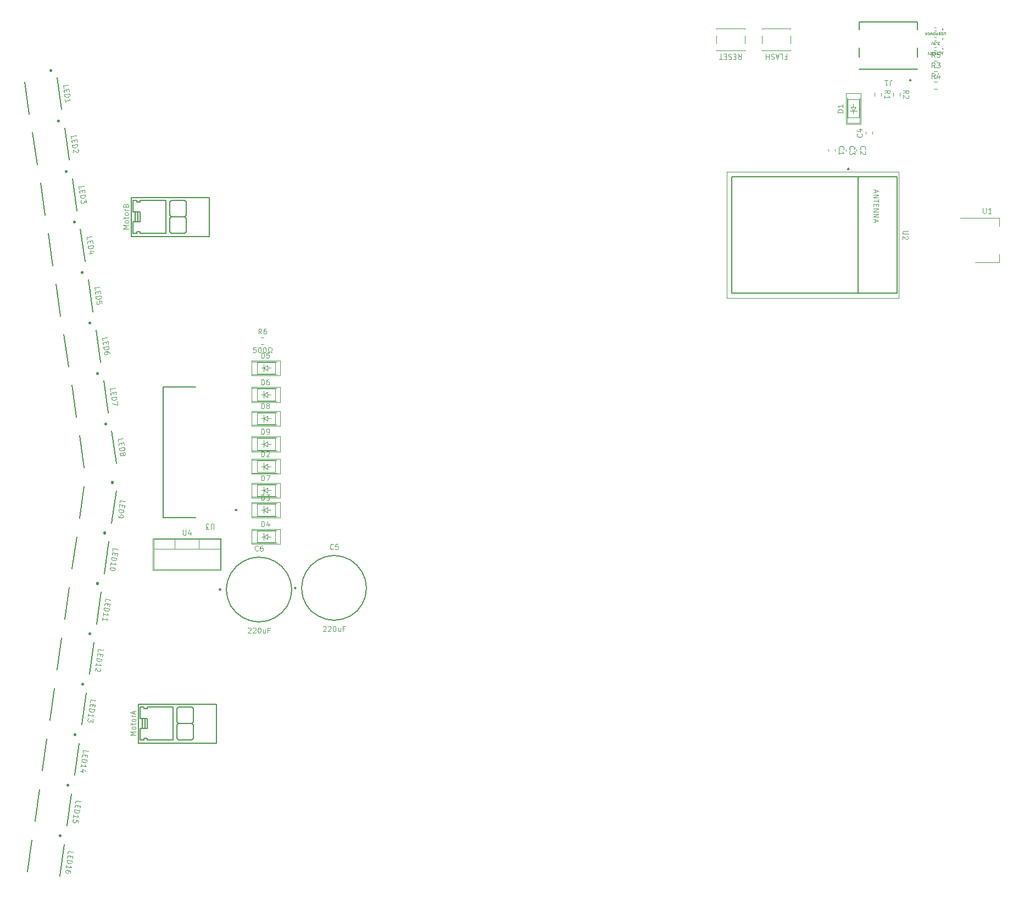
<source format=gbr>
%TF.GenerationSoftware,Flux,Pcbnew,7.0.11-7.0.11~ubuntu20.04.1*%
%TF.CreationDate,2024-08-17T07:39:32+00:00*%
%TF.ProjectId,input,696e7075-742e-46b6-9963-61645f706362,rev?*%
%TF.SameCoordinates,Original*%
%TF.FileFunction,Legend,Top*%
%TF.FilePolarity,Positive*%
%FSLAX46Y46*%
G04 Gerber Fmt 4.6, Leading zero omitted, Abs format (unit mm)*
G04 Filename: pcbrobot*
G04 Build it with Flux! Visit our site at: https://www.flux.ai (PCBNEW 7.0.11-7.0.11~ubuntu20.04.1) date 2024-08-17 07:39:32*
%MOMM*%
%LPD*%
G01*
G04 APERTURE LIST*
%ADD10C,0.095000*%
%ADD11C,0.047500*%
%ADD12C,0.095067*%
%ADD13C,0.095162*%
%ADD14C,0.152400*%
%ADD15C,0.120000*%
%ADD16C,0.400000*%
%ADD17C,0.127000*%
%ADD18C,0.100000*%
%ADD19C,0.050000*%
%ADD20C,0.200000*%
G04 APERTURE END LIST*
D10*
X128822073Y-5405092D02*
X129088739Y-5405092D01*
X129088739Y-4986044D02*
X129088739Y-5786044D01*
X129088739Y-5786044D02*
X128707787Y-5786044D01*
X128022073Y-4986044D02*
X128403025Y-4986044D01*
X128403025Y-4986044D02*
X128403025Y-5786044D01*
X127793502Y-5214616D02*
X127412549Y-5214616D01*
X127869692Y-4986044D02*
X127603025Y-5786044D01*
X127603025Y-5786044D02*
X127336359Y-4986044D01*
X127107788Y-5024140D02*
X126993502Y-4986044D01*
X126993502Y-4986044D02*
X126803026Y-4986044D01*
X126803026Y-4986044D02*
X126726835Y-5024140D01*
X126726835Y-5024140D02*
X126688740Y-5062235D01*
X126688740Y-5062235D02*
X126650645Y-5138425D01*
X126650645Y-5138425D02*
X126650645Y-5214616D01*
X126650645Y-5214616D02*
X126688740Y-5290806D01*
X126688740Y-5290806D02*
X126726835Y-5328901D01*
X126726835Y-5328901D02*
X126803026Y-5366997D01*
X126803026Y-5366997D02*
X126955407Y-5405092D01*
X126955407Y-5405092D02*
X127031597Y-5443187D01*
X127031597Y-5443187D02*
X127069692Y-5481282D01*
X127069692Y-5481282D02*
X127107788Y-5557473D01*
X127107788Y-5557473D02*
X127107788Y-5633663D01*
X127107788Y-5633663D02*
X127069692Y-5709854D01*
X127069692Y-5709854D02*
X127031597Y-5747949D01*
X127031597Y-5747949D02*
X126955407Y-5786044D01*
X126955407Y-5786044D02*
X126764930Y-5786044D01*
X126764930Y-5786044D02*
X126650645Y-5747949D01*
X126307787Y-4986044D02*
X126307787Y-5786044D01*
X126307787Y-5405092D02*
X125850644Y-5405092D01*
X125850644Y-4986044D02*
X125850644Y-5786044D01*
X20561376Y-112778310D02*
X20614395Y-112401065D01*
X20614395Y-112401065D02*
X21406609Y-112512404D01*
X20939233Y-113100702D02*
X20902120Y-113364773D01*
X20471245Y-113419626D02*
X20524263Y-113042382D01*
X20524263Y-113042382D02*
X21316478Y-113153720D01*
X21316478Y-113153720D02*
X21263460Y-113530965D01*
X20423529Y-113759147D02*
X21215743Y-113870486D01*
X21215743Y-113870486D02*
X21189234Y-114059108D01*
X21189234Y-114059108D02*
X21135604Y-114166980D01*
X21135604Y-114166980D02*
X21049551Y-114231825D01*
X21049551Y-114231825D02*
X20968800Y-114258946D01*
X20968800Y-114258946D02*
X20812601Y-114275463D01*
X20812601Y-114275463D02*
X20699427Y-114259558D01*
X20699427Y-114259558D02*
X20553831Y-114200626D01*
X20553831Y-114200626D02*
X20483684Y-114152298D01*
X20483684Y-114152298D02*
X20418838Y-114066245D01*
X20418838Y-114066245D02*
X20397019Y-113947770D01*
X20397019Y-113947770D02*
X20423529Y-113759147D01*
X20253870Y-114966331D02*
X20317492Y-114513637D01*
X20285681Y-114739984D02*
X21077895Y-114851323D01*
X21077895Y-114851323D02*
X20975326Y-114759968D01*
X20975326Y-114759968D02*
X20910480Y-114673916D01*
X20910480Y-114673916D02*
X20883359Y-114593165D01*
X20686580Y-115719598D02*
X20158437Y-115645373D01*
X21014885Y-115573390D02*
X20475527Y-115305240D01*
X20475527Y-115305240D02*
X20406603Y-115795659D01*
X151891467Y-5484555D02*
X151624800Y-5103602D01*
X151434324Y-5484555D02*
X151434324Y-4684555D01*
X151434324Y-4684555D02*
X151739086Y-4684555D01*
X151739086Y-4684555D02*
X151815276Y-4722650D01*
X151815276Y-4722650D02*
X151853371Y-4760745D01*
X151853371Y-4760745D02*
X151891467Y-4836936D01*
X151891467Y-4836936D02*
X151891467Y-4951221D01*
X151891467Y-4951221D02*
X151853371Y-5027412D01*
X151853371Y-5027412D02*
X151815276Y-5065507D01*
X151815276Y-5065507D02*
X151739086Y-5103602D01*
X151739086Y-5103602D02*
X151434324Y-5103602D01*
X152615276Y-4684555D02*
X152234324Y-4684555D01*
X152234324Y-4684555D02*
X152196228Y-5065507D01*
X152196228Y-5065507D02*
X152234324Y-5027412D01*
X152234324Y-5027412D02*
X152310514Y-4989317D01*
X152310514Y-4989317D02*
X152500990Y-4989317D01*
X152500990Y-4989317D02*
X152577181Y-5027412D01*
X152577181Y-5027412D02*
X152615276Y-5065507D01*
X152615276Y-5065507D02*
X152653371Y-5141698D01*
X152653371Y-5141698D02*
X152653371Y-5332174D01*
X152653371Y-5332174D02*
X152615276Y-5408364D01*
X152615276Y-5408364D02*
X152577181Y-5446460D01*
X152577181Y-5446460D02*
X152500990Y-5484555D01*
X152500990Y-5484555D02*
X152310514Y-5484555D01*
X152310514Y-5484555D02*
X152234324Y-5446460D01*
X152234324Y-5446460D02*
X152196228Y-5408364D01*
X140474135Y-19689466D02*
X140436040Y-19651370D01*
X140436040Y-19651370D02*
X140397944Y-19537085D01*
X140397944Y-19537085D02*
X140397944Y-19460894D01*
X140397944Y-19460894D02*
X140436040Y-19346608D01*
X140436040Y-19346608D02*
X140512230Y-19270418D01*
X140512230Y-19270418D02*
X140588420Y-19232323D01*
X140588420Y-19232323D02*
X140740801Y-19194227D01*
X140740801Y-19194227D02*
X140855087Y-19194227D01*
X140855087Y-19194227D02*
X141007468Y-19232323D01*
X141007468Y-19232323D02*
X141083659Y-19270418D01*
X141083659Y-19270418D02*
X141159849Y-19346608D01*
X141159849Y-19346608D02*
X141197944Y-19460894D01*
X141197944Y-19460894D02*
X141197944Y-19537085D01*
X141197944Y-19537085D02*
X141159849Y-19651370D01*
X141159849Y-19651370D02*
X141121754Y-19689466D01*
X141121754Y-19994227D02*
X141159849Y-20032323D01*
X141159849Y-20032323D02*
X141197944Y-20108513D01*
X141197944Y-20108513D02*
X141197944Y-20298989D01*
X141197944Y-20298989D02*
X141159849Y-20375180D01*
X141159849Y-20375180D02*
X141121754Y-20413275D01*
X141121754Y-20413275D02*
X141045563Y-20451370D01*
X141045563Y-20451370D02*
X140969373Y-20451370D01*
X140969373Y-20451370D02*
X140855087Y-20413275D01*
X140855087Y-20413275D02*
X140397944Y-19956132D01*
X140397944Y-19956132D02*
X140397944Y-20451370D01*
X138791535Y-19703266D02*
X138753440Y-19665170D01*
X138753440Y-19665170D02*
X138715344Y-19550885D01*
X138715344Y-19550885D02*
X138715344Y-19474694D01*
X138715344Y-19474694D02*
X138753440Y-19360408D01*
X138753440Y-19360408D02*
X138829630Y-19284218D01*
X138829630Y-19284218D02*
X138905820Y-19246123D01*
X138905820Y-19246123D02*
X139058201Y-19208027D01*
X139058201Y-19208027D02*
X139172487Y-19208027D01*
X139172487Y-19208027D02*
X139324868Y-19246123D01*
X139324868Y-19246123D02*
X139401059Y-19284218D01*
X139401059Y-19284218D02*
X139477249Y-19360408D01*
X139477249Y-19360408D02*
X139515344Y-19474694D01*
X139515344Y-19474694D02*
X139515344Y-19550885D01*
X139515344Y-19550885D02*
X139477249Y-19665170D01*
X139477249Y-19665170D02*
X139439154Y-19703266D01*
X139515344Y-19969932D02*
X139515344Y-20465170D01*
X139515344Y-20465170D02*
X139210582Y-20198504D01*
X139210582Y-20198504D02*
X139210582Y-20312789D01*
X139210582Y-20312789D02*
X139172487Y-20388980D01*
X139172487Y-20388980D02*
X139134392Y-20427075D01*
X139134392Y-20427075D02*
X139058201Y-20465170D01*
X139058201Y-20465170D02*
X138867725Y-20465170D01*
X138867725Y-20465170D02*
X138791535Y-20427075D01*
X138791535Y-20427075D02*
X138753440Y-20388980D01*
X138753440Y-20388980D02*
X138715344Y-20312789D01*
X138715344Y-20312789D02*
X138715344Y-20084218D01*
X138715344Y-20084218D02*
X138753440Y-20008027D01*
X138753440Y-20008027D02*
X138791535Y-19969932D01*
X46036361Y-93548445D02*
X46074457Y-93510350D01*
X46074457Y-93510350D02*
X46150647Y-93472255D01*
X46150647Y-93472255D02*
X46341123Y-93472255D01*
X46341123Y-93472255D02*
X46417314Y-93510350D01*
X46417314Y-93510350D02*
X46455409Y-93548445D01*
X46455409Y-93548445D02*
X46493504Y-93624636D01*
X46493504Y-93624636D02*
X46493504Y-93700826D01*
X46493504Y-93700826D02*
X46455409Y-93815112D01*
X46455409Y-93815112D02*
X45998266Y-94272255D01*
X45998266Y-94272255D02*
X46493504Y-94272255D01*
X46798266Y-93548445D02*
X46836362Y-93510350D01*
X46836362Y-93510350D02*
X46912552Y-93472255D01*
X46912552Y-93472255D02*
X47103028Y-93472255D01*
X47103028Y-93472255D02*
X47179219Y-93510350D01*
X47179219Y-93510350D02*
X47217314Y-93548445D01*
X47217314Y-93548445D02*
X47255409Y-93624636D01*
X47255409Y-93624636D02*
X47255409Y-93700826D01*
X47255409Y-93700826D02*
X47217314Y-93815112D01*
X47217314Y-93815112D02*
X46760171Y-94272255D01*
X46760171Y-94272255D02*
X47255409Y-94272255D01*
X47750648Y-93472255D02*
X47826838Y-93472255D01*
X47826838Y-93472255D02*
X47903029Y-93510350D01*
X47903029Y-93510350D02*
X47941124Y-93548445D01*
X47941124Y-93548445D02*
X47979219Y-93624636D01*
X47979219Y-93624636D02*
X48017314Y-93777017D01*
X48017314Y-93777017D02*
X48017314Y-93967493D01*
X48017314Y-93967493D02*
X47979219Y-94119874D01*
X47979219Y-94119874D02*
X47941124Y-94196064D01*
X47941124Y-94196064D02*
X47903029Y-94234160D01*
X47903029Y-94234160D02*
X47826838Y-94272255D01*
X47826838Y-94272255D02*
X47750648Y-94272255D01*
X47750648Y-94272255D02*
X47674457Y-94234160D01*
X47674457Y-94234160D02*
X47636362Y-94196064D01*
X47636362Y-94196064D02*
X47598267Y-94119874D01*
X47598267Y-94119874D02*
X47560171Y-93967493D01*
X47560171Y-93967493D02*
X47560171Y-93777017D01*
X47560171Y-93777017D02*
X47598267Y-93624636D01*
X47598267Y-93624636D02*
X47636362Y-93548445D01*
X47636362Y-93548445D02*
X47674457Y-93510350D01*
X47674457Y-93510350D02*
X47750648Y-93472255D01*
X48703029Y-93738921D02*
X48703029Y-94272255D01*
X48360172Y-93738921D02*
X48360172Y-94157969D01*
X48360172Y-94157969D02*
X48398267Y-94234160D01*
X48398267Y-94234160D02*
X48474457Y-94272255D01*
X48474457Y-94272255D02*
X48588743Y-94272255D01*
X48588743Y-94272255D02*
X48664934Y-94234160D01*
X48664934Y-94234160D02*
X48703029Y-94196064D01*
X49350648Y-93853207D02*
X49083982Y-93853207D01*
X49083982Y-94272255D02*
X49083982Y-93472255D01*
X49083982Y-93472255D02*
X49464934Y-93472255D01*
X47598267Y-81546064D02*
X47560171Y-81584160D01*
X47560171Y-81584160D02*
X47445886Y-81622255D01*
X47445886Y-81622255D02*
X47369695Y-81622255D01*
X47369695Y-81622255D02*
X47255409Y-81584160D01*
X47255409Y-81584160D02*
X47179219Y-81507969D01*
X47179219Y-81507969D02*
X47141124Y-81431779D01*
X47141124Y-81431779D02*
X47103028Y-81279398D01*
X47103028Y-81279398D02*
X47103028Y-81165112D01*
X47103028Y-81165112D02*
X47141124Y-81012731D01*
X47141124Y-81012731D02*
X47179219Y-80936540D01*
X47179219Y-80936540D02*
X47255409Y-80860350D01*
X47255409Y-80860350D02*
X47369695Y-80822255D01*
X47369695Y-80822255D02*
X47445886Y-80822255D01*
X47445886Y-80822255D02*
X47560171Y-80860350D01*
X47560171Y-80860350D02*
X47598267Y-80898445D01*
X48283981Y-80822255D02*
X48131600Y-80822255D01*
X48131600Y-80822255D02*
X48055409Y-80860350D01*
X48055409Y-80860350D02*
X48017314Y-80898445D01*
X48017314Y-80898445D02*
X47941124Y-81012731D01*
X47941124Y-81012731D02*
X47903028Y-81165112D01*
X47903028Y-81165112D02*
X47903028Y-81469874D01*
X47903028Y-81469874D02*
X47941124Y-81546064D01*
X47941124Y-81546064D02*
X47979219Y-81584160D01*
X47979219Y-81584160D02*
X48055409Y-81622255D01*
X48055409Y-81622255D02*
X48207790Y-81622255D01*
X48207790Y-81622255D02*
X48283981Y-81584160D01*
X48283981Y-81584160D02*
X48322076Y-81546064D01*
X48322076Y-81546064D02*
X48360171Y-81469874D01*
X48360171Y-81469874D02*
X48360171Y-81279398D01*
X48360171Y-81279398D02*
X48322076Y-81203207D01*
X48322076Y-81203207D02*
X48283981Y-81165112D01*
X48283981Y-81165112D02*
X48207790Y-81127017D01*
X48207790Y-81127017D02*
X48055409Y-81127017D01*
X48055409Y-81127017D02*
X47979219Y-81165112D01*
X47979219Y-81165112D02*
X47941124Y-81203207D01*
X47941124Y-81203207D02*
X47903028Y-81279398D01*
X23998976Y-89422410D02*
X24051995Y-89045165D01*
X24051995Y-89045165D02*
X24844209Y-89156504D01*
X24376833Y-89744802D02*
X24339720Y-90008873D01*
X23908845Y-90063726D02*
X23961863Y-89686482D01*
X23961863Y-89686482D02*
X24754078Y-89797820D01*
X24754078Y-89797820D02*
X24701060Y-90175065D01*
X23861129Y-90403247D02*
X24653343Y-90514586D01*
X24653343Y-90514586D02*
X24626834Y-90703208D01*
X24626834Y-90703208D02*
X24573204Y-90811080D01*
X24573204Y-90811080D02*
X24487151Y-90875925D01*
X24487151Y-90875925D02*
X24406400Y-90903046D01*
X24406400Y-90903046D02*
X24250201Y-90919563D01*
X24250201Y-90919563D02*
X24137027Y-90903658D01*
X24137027Y-90903658D02*
X23991431Y-90844726D01*
X23991431Y-90844726D02*
X23921284Y-90796398D01*
X23921284Y-90796398D02*
X23856438Y-90710345D01*
X23856438Y-90710345D02*
X23834619Y-90591870D01*
X23834619Y-90591870D02*
X23861129Y-90403247D01*
X23691470Y-91610431D02*
X23755092Y-91157737D01*
X23723281Y-91384084D02*
X24515495Y-91495423D01*
X24515495Y-91495423D02*
X24412926Y-91404068D01*
X24412926Y-91404068D02*
X24348080Y-91318016D01*
X24348080Y-91318016D02*
X24320959Y-91237265D01*
X23585433Y-92364922D02*
X23649055Y-91912228D01*
X23617244Y-92138575D02*
X24409459Y-92249913D01*
X24409459Y-92249913D02*
X24306889Y-92158559D01*
X24306889Y-92158559D02*
X24242044Y-92072506D01*
X24242044Y-92072506D02*
X24214923Y-91991755D01*
X48114124Y-67068155D02*
X48114124Y-66268155D01*
X48114124Y-66268155D02*
X48304600Y-66268155D01*
X48304600Y-66268155D02*
X48418886Y-66306250D01*
X48418886Y-66306250D02*
X48495076Y-66382440D01*
X48495076Y-66382440D02*
X48533171Y-66458631D01*
X48533171Y-66458631D02*
X48571267Y-66611012D01*
X48571267Y-66611012D02*
X48571267Y-66725298D01*
X48571267Y-66725298D02*
X48533171Y-66877679D01*
X48533171Y-66877679D02*
X48495076Y-66953869D01*
X48495076Y-66953869D02*
X48418886Y-67030060D01*
X48418886Y-67030060D02*
X48304600Y-67068155D01*
X48304600Y-67068155D02*
X48114124Y-67068155D01*
X48876028Y-66344345D02*
X48914124Y-66306250D01*
X48914124Y-66306250D02*
X48990314Y-66268155D01*
X48990314Y-66268155D02*
X49180790Y-66268155D01*
X49180790Y-66268155D02*
X49256981Y-66306250D01*
X49256981Y-66306250D02*
X49295076Y-66344345D01*
X49295076Y-66344345D02*
X49333171Y-66420536D01*
X49333171Y-66420536D02*
X49333171Y-66496726D01*
X49333171Y-66496726D02*
X49295076Y-66611012D01*
X49295076Y-66611012D02*
X48837933Y-67068155D01*
X48837933Y-67068155D02*
X49333171Y-67068155D01*
X48114124Y-67068155D02*
X48114124Y-66268155D01*
X48114124Y-66268155D02*
X48304600Y-66268155D01*
X48304600Y-66268155D02*
X48418886Y-66306250D01*
X48418886Y-66306250D02*
X48495076Y-66382440D01*
X48495076Y-66382440D02*
X48533171Y-66458631D01*
X48533171Y-66458631D02*
X48571267Y-66611012D01*
X48571267Y-66611012D02*
X48571267Y-66725298D01*
X48571267Y-66725298D02*
X48533171Y-66877679D01*
X48533171Y-66877679D02*
X48495076Y-66953869D01*
X48495076Y-66953869D02*
X48418886Y-67030060D01*
X48418886Y-67030060D02*
X48304600Y-67068155D01*
X48304600Y-67068155D02*
X48114124Y-67068155D01*
X48876028Y-66344345D02*
X48914124Y-66306250D01*
X48914124Y-66306250D02*
X48990314Y-66268155D01*
X48990314Y-66268155D02*
X49180790Y-66268155D01*
X49180790Y-66268155D02*
X49256981Y-66306250D01*
X49256981Y-66306250D02*
X49295076Y-66344345D01*
X49295076Y-66344345D02*
X49333171Y-66420536D01*
X49333171Y-66420536D02*
X49333171Y-66496726D01*
X49333171Y-66496726D02*
X49295076Y-66611012D01*
X49295076Y-66611012D02*
X48837933Y-67068155D01*
X48837933Y-67068155D02*
X49333171Y-67068155D01*
X137698355Y-13989682D02*
X136898355Y-13989682D01*
X136898355Y-13989682D02*
X136898355Y-13799206D01*
X136898355Y-13799206D02*
X136936450Y-13684920D01*
X136936450Y-13684920D02*
X137012640Y-13608730D01*
X137012640Y-13608730D02*
X137088831Y-13570635D01*
X137088831Y-13570635D02*
X137241212Y-13532539D01*
X137241212Y-13532539D02*
X137355498Y-13532539D01*
X137355498Y-13532539D02*
X137507879Y-13570635D01*
X137507879Y-13570635D02*
X137584069Y-13608730D01*
X137584069Y-13608730D02*
X137660260Y-13684920D01*
X137660260Y-13684920D02*
X137698355Y-13799206D01*
X137698355Y-13799206D02*
X137698355Y-13989682D01*
X137698355Y-12770635D02*
X137698355Y-13227778D01*
X137698355Y-12999206D02*
X136898355Y-12999206D01*
X136898355Y-12999206D02*
X137012640Y-13075397D01*
X137012640Y-13075397D02*
X137088831Y-13151587D01*
X137088831Y-13151587D02*
X137126926Y-13227778D01*
X137698355Y-13989682D02*
X136898355Y-13989682D01*
X136898355Y-13989682D02*
X136898355Y-13799206D01*
X136898355Y-13799206D02*
X136936450Y-13684920D01*
X136936450Y-13684920D02*
X137012640Y-13608730D01*
X137012640Y-13608730D02*
X137088831Y-13570635D01*
X137088831Y-13570635D02*
X137241212Y-13532539D01*
X137241212Y-13532539D02*
X137355498Y-13532539D01*
X137355498Y-13532539D02*
X137507879Y-13570635D01*
X137507879Y-13570635D02*
X137584069Y-13608730D01*
X137584069Y-13608730D02*
X137660260Y-13684920D01*
X137660260Y-13684920D02*
X137698355Y-13799206D01*
X137698355Y-13799206D02*
X137698355Y-13989682D01*
X137698355Y-12770635D02*
X137698355Y-13227778D01*
X137698355Y-12999206D02*
X136898355Y-12999206D01*
X136898355Y-12999206D02*
X137012640Y-13075397D01*
X137012640Y-13075397D02*
X137088831Y-13151587D01*
X137088831Y-13151587D02*
X137126926Y-13227778D01*
X40783116Y-78238038D02*
X40783116Y-77590419D01*
X40783116Y-77590419D02*
X40745021Y-77514229D01*
X40745021Y-77514229D02*
X40706926Y-77476134D01*
X40706926Y-77476134D02*
X40630735Y-77438038D01*
X40630735Y-77438038D02*
X40478354Y-77438038D01*
X40478354Y-77438038D02*
X40402164Y-77476134D01*
X40402164Y-77476134D02*
X40364069Y-77514229D01*
X40364069Y-77514229D02*
X40325973Y-77590419D01*
X40325973Y-77590419D02*
X40325973Y-78238038D01*
X40021212Y-78238038D02*
X39525974Y-78238038D01*
X39525974Y-78238038D02*
X39792640Y-77933276D01*
X39792640Y-77933276D02*
X39678355Y-77933276D01*
X39678355Y-77933276D02*
X39602164Y-77895181D01*
X39602164Y-77895181D02*
X39564069Y-77857086D01*
X39564069Y-77857086D02*
X39525974Y-77780895D01*
X39525974Y-77780895D02*
X39525974Y-77590419D01*
X39525974Y-77590419D02*
X39564069Y-77514229D01*
X39564069Y-77514229D02*
X39602164Y-77476134D01*
X39602164Y-77476134D02*
X39678355Y-77438038D01*
X39678355Y-77438038D02*
X39906926Y-77438038D01*
X39906926Y-77438038D02*
X39983117Y-77476134D01*
X39983117Y-77476134D02*
X40021212Y-77514229D01*
X48114124Y-59667355D02*
X48114124Y-58867355D01*
X48114124Y-58867355D02*
X48304600Y-58867355D01*
X48304600Y-58867355D02*
X48418886Y-58905450D01*
X48418886Y-58905450D02*
X48495076Y-58981640D01*
X48495076Y-58981640D02*
X48533171Y-59057831D01*
X48533171Y-59057831D02*
X48571267Y-59210212D01*
X48571267Y-59210212D02*
X48571267Y-59324498D01*
X48571267Y-59324498D02*
X48533171Y-59476879D01*
X48533171Y-59476879D02*
X48495076Y-59553069D01*
X48495076Y-59553069D02*
X48418886Y-59629260D01*
X48418886Y-59629260D02*
X48304600Y-59667355D01*
X48304600Y-59667355D02*
X48114124Y-59667355D01*
X49028409Y-59210212D02*
X48952219Y-59172117D01*
X48952219Y-59172117D02*
X48914124Y-59134021D01*
X48914124Y-59134021D02*
X48876028Y-59057831D01*
X48876028Y-59057831D02*
X48876028Y-59019736D01*
X48876028Y-59019736D02*
X48914124Y-58943545D01*
X48914124Y-58943545D02*
X48952219Y-58905450D01*
X48952219Y-58905450D02*
X49028409Y-58867355D01*
X49028409Y-58867355D02*
X49180790Y-58867355D01*
X49180790Y-58867355D02*
X49256981Y-58905450D01*
X49256981Y-58905450D02*
X49295076Y-58943545D01*
X49295076Y-58943545D02*
X49333171Y-59019736D01*
X49333171Y-59019736D02*
X49333171Y-59057831D01*
X49333171Y-59057831D02*
X49295076Y-59134021D01*
X49295076Y-59134021D02*
X49256981Y-59172117D01*
X49256981Y-59172117D02*
X49180790Y-59210212D01*
X49180790Y-59210212D02*
X49028409Y-59210212D01*
X49028409Y-59210212D02*
X48952219Y-59248307D01*
X48952219Y-59248307D02*
X48914124Y-59286402D01*
X48914124Y-59286402D02*
X48876028Y-59362593D01*
X48876028Y-59362593D02*
X48876028Y-59514974D01*
X48876028Y-59514974D02*
X48914124Y-59591164D01*
X48914124Y-59591164D02*
X48952219Y-59629260D01*
X48952219Y-59629260D02*
X49028409Y-59667355D01*
X49028409Y-59667355D02*
X49180790Y-59667355D01*
X49180790Y-59667355D02*
X49256981Y-59629260D01*
X49256981Y-59629260D02*
X49295076Y-59591164D01*
X49295076Y-59591164D02*
X49333171Y-59514974D01*
X49333171Y-59514974D02*
X49333171Y-59362593D01*
X49333171Y-59362593D02*
X49295076Y-59286402D01*
X49295076Y-59286402D02*
X49256981Y-59248307D01*
X49256981Y-59248307D02*
X49180790Y-59210212D01*
X48114124Y-59667355D02*
X48114124Y-58867355D01*
X48114124Y-58867355D02*
X48304600Y-58867355D01*
X48304600Y-58867355D02*
X48418886Y-58905450D01*
X48418886Y-58905450D02*
X48495076Y-58981640D01*
X48495076Y-58981640D02*
X48533171Y-59057831D01*
X48533171Y-59057831D02*
X48571267Y-59210212D01*
X48571267Y-59210212D02*
X48571267Y-59324498D01*
X48571267Y-59324498D02*
X48533171Y-59476879D01*
X48533171Y-59476879D02*
X48495076Y-59553069D01*
X48495076Y-59553069D02*
X48418886Y-59629260D01*
X48418886Y-59629260D02*
X48304600Y-59667355D01*
X48304600Y-59667355D02*
X48114124Y-59667355D01*
X49028409Y-59210212D02*
X48952219Y-59172117D01*
X48952219Y-59172117D02*
X48914124Y-59134021D01*
X48914124Y-59134021D02*
X48876028Y-59057831D01*
X48876028Y-59057831D02*
X48876028Y-59019736D01*
X48876028Y-59019736D02*
X48914124Y-58943545D01*
X48914124Y-58943545D02*
X48952219Y-58905450D01*
X48952219Y-58905450D02*
X49028409Y-58867355D01*
X49028409Y-58867355D02*
X49180790Y-58867355D01*
X49180790Y-58867355D02*
X49256981Y-58905450D01*
X49256981Y-58905450D02*
X49295076Y-58943545D01*
X49295076Y-58943545D02*
X49333171Y-59019736D01*
X49333171Y-59019736D02*
X49333171Y-59057831D01*
X49333171Y-59057831D02*
X49295076Y-59134021D01*
X49295076Y-59134021D02*
X49256981Y-59172117D01*
X49256981Y-59172117D02*
X49180790Y-59210212D01*
X49180790Y-59210212D02*
X49028409Y-59210212D01*
X49028409Y-59210212D02*
X48952219Y-59248307D01*
X48952219Y-59248307D02*
X48914124Y-59286402D01*
X48914124Y-59286402D02*
X48876028Y-59362593D01*
X48876028Y-59362593D02*
X48876028Y-59514974D01*
X48876028Y-59514974D02*
X48914124Y-59591164D01*
X48914124Y-59591164D02*
X48952219Y-59629260D01*
X48952219Y-59629260D02*
X49028409Y-59667355D01*
X49028409Y-59667355D02*
X49180790Y-59667355D01*
X49180790Y-59667355D02*
X49256981Y-59629260D01*
X49256981Y-59629260D02*
X49295076Y-59591164D01*
X49295076Y-59591164D02*
X49333171Y-59514974D01*
X49333171Y-59514974D02*
X49333171Y-59362593D01*
X49333171Y-59362593D02*
X49295076Y-59286402D01*
X49295076Y-59286402D02*
X49256981Y-59248307D01*
X49256981Y-59248307D02*
X49180790Y-59210212D01*
X151891467Y-8745855D02*
X151624800Y-8364902D01*
X151434324Y-8745855D02*
X151434324Y-7945855D01*
X151434324Y-7945855D02*
X151739086Y-7945855D01*
X151739086Y-7945855D02*
X151815276Y-7983950D01*
X151815276Y-7983950D02*
X151853371Y-8022045D01*
X151853371Y-8022045D02*
X151891467Y-8098236D01*
X151891467Y-8098236D02*
X151891467Y-8212521D01*
X151891467Y-8212521D02*
X151853371Y-8288712D01*
X151853371Y-8288712D02*
X151815276Y-8326807D01*
X151815276Y-8326807D02*
X151739086Y-8364902D01*
X151739086Y-8364902D02*
X151434324Y-8364902D01*
X152577181Y-8212521D02*
X152577181Y-8745855D01*
X152386705Y-7907760D02*
X152196228Y-8479188D01*
X152196228Y-8479188D02*
X152691467Y-8479188D01*
X26037283Y-64783879D02*
X25984264Y-64406634D01*
X25984264Y-64406634D02*
X26776479Y-64295296D01*
X26489365Y-64989631D02*
X26526478Y-65253702D01*
X26127414Y-65425196D02*
X26074396Y-65047951D01*
X26074396Y-65047951D02*
X26866610Y-64936612D01*
X26866610Y-64936612D02*
X26919628Y-65313857D01*
X26175131Y-65764717D02*
X26967345Y-65653378D01*
X26967345Y-65653378D02*
X26993854Y-65842001D01*
X26993854Y-65842001D02*
X26972035Y-65960476D01*
X26972035Y-65960476D02*
X26907190Y-66046529D01*
X26907190Y-66046529D02*
X26837043Y-66094857D01*
X26837043Y-66094857D02*
X26691446Y-66153789D01*
X26691446Y-66153789D02*
X26578273Y-66169694D01*
X26578273Y-66169694D02*
X26422073Y-66153177D01*
X26422073Y-66153177D02*
X26341322Y-66126056D01*
X26341322Y-66126056D02*
X26255270Y-66061211D01*
X26255270Y-66061211D02*
X26201640Y-65953339D01*
X26201640Y-65953339D02*
X26175131Y-65764717D01*
X26755068Y-66606483D02*
X26782189Y-66525732D01*
X26782189Y-66525732D02*
X26814612Y-66482705D01*
X26814612Y-66482705D02*
X26884759Y-66434377D01*
X26884759Y-66434377D02*
X26922484Y-66429075D01*
X26922484Y-66429075D02*
X27003234Y-66456196D01*
X27003234Y-66456196D02*
X27046261Y-66488619D01*
X27046261Y-66488619D02*
X27094589Y-66558766D01*
X27094589Y-66558766D02*
X27115796Y-66709664D01*
X27115796Y-66709664D02*
X27088675Y-66790415D01*
X27088675Y-66790415D02*
X27056253Y-66833441D01*
X27056253Y-66833441D02*
X26986106Y-66881769D01*
X26986106Y-66881769D02*
X26948381Y-66887071D01*
X26948381Y-66887071D02*
X26867630Y-66859950D01*
X26867630Y-66859950D02*
X26824604Y-66827528D01*
X26824604Y-66827528D02*
X26776276Y-66757381D01*
X26776276Y-66757381D02*
X26755068Y-66606483D01*
X26755068Y-66606483D02*
X26706740Y-66536335D01*
X26706740Y-66536335D02*
X26663714Y-66503913D01*
X26663714Y-66503913D02*
X26582963Y-66476792D01*
X26582963Y-66476792D02*
X26432065Y-66497999D01*
X26432065Y-66497999D02*
X26361918Y-66546327D01*
X26361918Y-66546327D02*
X26329495Y-66589354D01*
X26329495Y-66589354D02*
X26302374Y-66670105D01*
X26302374Y-66670105D02*
X26323582Y-66821003D01*
X26323582Y-66821003D02*
X26371910Y-66891150D01*
X26371910Y-66891150D02*
X26414936Y-66923572D01*
X26414936Y-66923572D02*
X26495687Y-66950693D01*
X26495687Y-66950693D02*
X26646585Y-66929486D01*
X26646585Y-66929486D02*
X26716732Y-66881158D01*
X26716732Y-66881158D02*
X26749155Y-66838131D01*
X26749155Y-66838131D02*
X26776276Y-66757381D01*
X25144876Y-81637210D02*
X25197895Y-81259965D01*
X25197895Y-81259965D02*
X25990109Y-81371304D01*
X25522733Y-81959602D02*
X25485620Y-82223673D01*
X25054745Y-82278526D02*
X25107763Y-81901282D01*
X25107763Y-81901282D02*
X25899978Y-82012620D01*
X25899978Y-82012620D02*
X25846960Y-82389865D01*
X25007029Y-82618047D02*
X25799243Y-82729386D01*
X25799243Y-82729386D02*
X25772734Y-82918008D01*
X25772734Y-82918008D02*
X25719104Y-83025880D01*
X25719104Y-83025880D02*
X25633051Y-83090725D01*
X25633051Y-83090725D02*
X25552300Y-83117846D01*
X25552300Y-83117846D02*
X25396101Y-83134363D01*
X25396101Y-83134363D02*
X25282927Y-83118458D01*
X25282927Y-83118458D02*
X25137331Y-83059526D01*
X25137331Y-83059526D02*
X25067184Y-83011198D01*
X25067184Y-83011198D02*
X25002338Y-82925145D01*
X25002338Y-82925145D02*
X24980519Y-82806670D01*
X24980519Y-82806670D02*
X25007029Y-82618047D01*
X24837370Y-83825231D02*
X24900992Y-83372537D01*
X24869181Y-83598884D02*
X25661395Y-83710223D01*
X25661395Y-83710223D02*
X25558826Y-83618868D01*
X25558826Y-83618868D02*
X25493980Y-83532816D01*
X25493980Y-83532816D02*
X25466859Y-83452065D01*
X25560661Y-84426989D02*
X25550057Y-84502438D01*
X25550057Y-84502438D02*
X25501729Y-84572585D01*
X25501729Y-84572585D02*
X25458702Y-84605007D01*
X25458702Y-84605007D02*
X25377952Y-84632128D01*
X25377952Y-84632128D02*
X25221752Y-84648645D01*
X25221752Y-84648645D02*
X25033129Y-84622136D01*
X25033129Y-84622136D02*
X24887533Y-84563204D01*
X24887533Y-84563204D02*
X24817386Y-84514876D01*
X24817386Y-84514876D02*
X24784963Y-84471850D01*
X24784963Y-84471850D02*
X24757842Y-84391099D01*
X24757842Y-84391099D02*
X24768446Y-84315650D01*
X24768446Y-84315650D02*
X24816774Y-84245503D01*
X24816774Y-84245503D02*
X24859801Y-84213080D01*
X24859801Y-84213080D02*
X24940551Y-84185959D01*
X24940551Y-84185959D02*
X25096751Y-84169442D01*
X25096751Y-84169442D02*
X25285374Y-84195951D01*
X25285374Y-84195951D02*
X25430970Y-84254883D01*
X25430970Y-84254883D02*
X25501117Y-84303211D01*
X25501117Y-84303211D02*
X25533540Y-84346238D01*
X25533540Y-84346238D02*
X25560661Y-84426989D01*
X23625883Y-49202279D02*
X23572864Y-48825034D01*
X23572864Y-48825034D02*
X24365079Y-48713696D01*
X24077965Y-49408031D02*
X24115078Y-49672102D01*
X23716014Y-49843596D02*
X23662996Y-49466351D01*
X23662996Y-49466351D02*
X24455210Y-49355012D01*
X24455210Y-49355012D02*
X24508228Y-49732257D01*
X23763731Y-50183117D02*
X24555945Y-50071778D01*
X24555945Y-50071778D02*
X24582454Y-50260401D01*
X24582454Y-50260401D02*
X24560635Y-50378876D01*
X24560635Y-50378876D02*
X24495790Y-50464929D01*
X24495790Y-50464929D02*
X24425643Y-50513257D01*
X24425643Y-50513257D02*
X24280046Y-50572189D01*
X24280046Y-50572189D02*
X24166873Y-50588094D01*
X24166873Y-50588094D02*
X24010673Y-50571577D01*
X24010673Y-50571577D02*
X23929922Y-50544456D01*
X23929922Y-50544456D02*
X23843870Y-50479611D01*
X23843870Y-50479611D02*
X23790240Y-50371739D01*
X23790240Y-50371739D02*
X23763731Y-50183117D01*
X24715000Y-51203513D02*
X24693793Y-51052615D01*
X24693793Y-51052615D02*
X24645464Y-50982468D01*
X24645464Y-50982468D02*
X24602438Y-50950045D01*
X24602438Y-50950045D02*
X24478661Y-50890502D01*
X24478661Y-50890502D02*
X24322461Y-50873985D01*
X24322461Y-50873985D02*
X24020665Y-50916399D01*
X24020665Y-50916399D02*
X23950518Y-50964727D01*
X23950518Y-50964727D02*
X23918095Y-51007754D01*
X23918095Y-51007754D02*
X23890974Y-51088505D01*
X23890974Y-51088505D02*
X23912182Y-51239403D01*
X23912182Y-51239403D02*
X23960510Y-51309550D01*
X23960510Y-51309550D02*
X24003536Y-51341972D01*
X24003536Y-51341972D02*
X24084287Y-51369093D01*
X24084287Y-51369093D02*
X24272910Y-51342584D01*
X24272910Y-51342584D02*
X24343057Y-51294256D01*
X24343057Y-51294256D02*
X24375479Y-51251230D01*
X24375479Y-51251230D02*
X24402600Y-51170479D01*
X24402600Y-51170479D02*
X24381393Y-51019581D01*
X24381393Y-51019581D02*
X24333065Y-50949434D01*
X24333065Y-50949434D02*
X24290038Y-50917011D01*
X24290038Y-50917011D02*
X24209288Y-50889890D01*
X48114124Y-63608355D02*
X48114124Y-62808355D01*
X48114124Y-62808355D02*
X48304600Y-62808355D01*
X48304600Y-62808355D02*
X48418886Y-62846450D01*
X48418886Y-62846450D02*
X48495076Y-62922640D01*
X48495076Y-62922640D02*
X48533171Y-62998831D01*
X48533171Y-62998831D02*
X48571267Y-63151212D01*
X48571267Y-63151212D02*
X48571267Y-63265498D01*
X48571267Y-63265498D02*
X48533171Y-63417879D01*
X48533171Y-63417879D02*
X48495076Y-63494069D01*
X48495076Y-63494069D02*
X48418886Y-63570260D01*
X48418886Y-63570260D02*
X48304600Y-63608355D01*
X48304600Y-63608355D02*
X48114124Y-63608355D01*
X48952219Y-63608355D02*
X49104600Y-63608355D01*
X49104600Y-63608355D02*
X49180790Y-63570260D01*
X49180790Y-63570260D02*
X49218886Y-63532164D01*
X49218886Y-63532164D02*
X49295076Y-63417879D01*
X49295076Y-63417879D02*
X49333171Y-63265498D01*
X49333171Y-63265498D02*
X49333171Y-62960736D01*
X49333171Y-62960736D02*
X49295076Y-62884545D01*
X49295076Y-62884545D02*
X49256981Y-62846450D01*
X49256981Y-62846450D02*
X49180790Y-62808355D01*
X49180790Y-62808355D02*
X49028409Y-62808355D01*
X49028409Y-62808355D02*
X48952219Y-62846450D01*
X48952219Y-62846450D02*
X48914124Y-62884545D01*
X48914124Y-62884545D02*
X48876028Y-62960736D01*
X48876028Y-62960736D02*
X48876028Y-63151212D01*
X48876028Y-63151212D02*
X48914124Y-63227402D01*
X48914124Y-63227402D02*
X48952219Y-63265498D01*
X48952219Y-63265498D02*
X49028409Y-63303593D01*
X49028409Y-63303593D02*
X49180790Y-63303593D01*
X49180790Y-63303593D02*
X49256981Y-63265498D01*
X49256981Y-63265498D02*
X49295076Y-63227402D01*
X49295076Y-63227402D02*
X49333171Y-63151212D01*
X48114124Y-63608355D02*
X48114124Y-62808355D01*
X48114124Y-62808355D02*
X48304600Y-62808355D01*
X48304600Y-62808355D02*
X48418886Y-62846450D01*
X48418886Y-62846450D02*
X48495076Y-62922640D01*
X48495076Y-62922640D02*
X48533171Y-62998831D01*
X48533171Y-62998831D02*
X48571267Y-63151212D01*
X48571267Y-63151212D02*
X48571267Y-63265498D01*
X48571267Y-63265498D02*
X48533171Y-63417879D01*
X48533171Y-63417879D02*
X48495076Y-63494069D01*
X48495076Y-63494069D02*
X48418886Y-63570260D01*
X48418886Y-63570260D02*
X48304600Y-63608355D01*
X48304600Y-63608355D02*
X48114124Y-63608355D01*
X48952219Y-63608355D02*
X49104600Y-63608355D01*
X49104600Y-63608355D02*
X49180790Y-63570260D01*
X49180790Y-63570260D02*
X49218886Y-63532164D01*
X49218886Y-63532164D02*
X49295076Y-63417879D01*
X49295076Y-63417879D02*
X49333171Y-63265498D01*
X49333171Y-63265498D02*
X49333171Y-62960736D01*
X49333171Y-62960736D02*
X49295076Y-62884545D01*
X49295076Y-62884545D02*
X49256981Y-62846450D01*
X49256981Y-62846450D02*
X49180790Y-62808355D01*
X49180790Y-62808355D02*
X49028409Y-62808355D01*
X49028409Y-62808355D02*
X48952219Y-62846450D01*
X48952219Y-62846450D02*
X48914124Y-62884545D01*
X48914124Y-62884545D02*
X48876028Y-62960736D01*
X48876028Y-62960736D02*
X48876028Y-63151212D01*
X48876028Y-63151212D02*
X48914124Y-63227402D01*
X48914124Y-63227402D02*
X48952219Y-63265498D01*
X48952219Y-63265498D02*
X49028409Y-63303593D01*
X49028409Y-63303593D02*
X49180790Y-63303593D01*
X49180790Y-63303593D02*
X49256981Y-63265498D01*
X49256981Y-63265498D02*
X49295076Y-63227402D01*
X49295076Y-63227402D02*
X49333171Y-63151212D01*
X18269576Y-128348810D02*
X18322595Y-127971565D01*
X18322595Y-127971565D02*
X19114809Y-128082904D01*
X18647433Y-128671202D02*
X18610320Y-128935273D01*
X18179445Y-128990126D02*
X18232463Y-128612882D01*
X18232463Y-128612882D02*
X19024678Y-128724220D01*
X19024678Y-128724220D02*
X18971660Y-129101465D01*
X18131729Y-129329647D02*
X18923943Y-129440986D01*
X18923943Y-129440986D02*
X18897434Y-129629608D01*
X18897434Y-129629608D02*
X18843804Y-129737480D01*
X18843804Y-129737480D02*
X18757751Y-129802325D01*
X18757751Y-129802325D02*
X18677000Y-129829446D01*
X18677000Y-129829446D02*
X18520801Y-129845963D01*
X18520801Y-129845963D02*
X18407627Y-129830058D01*
X18407627Y-129830058D02*
X18262031Y-129771126D01*
X18262031Y-129771126D02*
X18191884Y-129722798D01*
X18191884Y-129722798D02*
X18127038Y-129636745D01*
X18127038Y-129636745D02*
X18105219Y-129518270D01*
X18105219Y-129518270D02*
X18131729Y-129329647D01*
X17962070Y-130536831D02*
X18025692Y-130084137D01*
X17993881Y-130310484D02*
X18786095Y-130421823D01*
X18786095Y-130421823D02*
X18683526Y-130330468D01*
X18683526Y-130330468D02*
X18618680Y-130244416D01*
X18618680Y-130244416D02*
X18591559Y-130163665D01*
X18658851Y-131327211D02*
X18680059Y-131176313D01*
X18680059Y-131176313D02*
X18652938Y-131095562D01*
X18652938Y-131095562D02*
X18620515Y-131052536D01*
X18620515Y-131052536D02*
X18517945Y-130961181D01*
X18517945Y-130961181D02*
X18372349Y-130902250D01*
X18372349Y-130902250D02*
X18070553Y-130859835D01*
X18070553Y-130859835D02*
X17989802Y-130886956D01*
X17989802Y-130886956D02*
X17946776Y-130919378D01*
X17946776Y-130919378D02*
X17898448Y-130989526D01*
X17898448Y-130989526D02*
X17877241Y-131140424D01*
X17877241Y-131140424D02*
X17904361Y-131221174D01*
X17904361Y-131221174D02*
X17936784Y-131264201D01*
X17936784Y-131264201D02*
X18006931Y-131312529D01*
X18006931Y-131312529D02*
X18195554Y-131339038D01*
X18195554Y-131339038D02*
X18276305Y-131311917D01*
X18276305Y-131311917D02*
X18319331Y-131279495D01*
X18319331Y-131279495D02*
X18367659Y-131209347D01*
X18367659Y-131209347D02*
X18388866Y-131058449D01*
X18388866Y-131058449D02*
X18361746Y-130977699D01*
X18361746Y-130977699D02*
X18329323Y-130934672D01*
X18329323Y-130934672D02*
X18259176Y-130886344D01*
X48114124Y-70750955D02*
X48114124Y-69950955D01*
X48114124Y-69950955D02*
X48304600Y-69950955D01*
X48304600Y-69950955D02*
X48418886Y-69989050D01*
X48418886Y-69989050D02*
X48495076Y-70065240D01*
X48495076Y-70065240D02*
X48533171Y-70141431D01*
X48533171Y-70141431D02*
X48571267Y-70293812D01*
X48571267Y-70293812D02*
X48571267Y-70408098D01*
X48571267Y-70408098D02*
X48533171Y-70560479D01*
X48533171Y-70560479D02*
X48495076Y-70636669D01*
X48495076Y-70636669D02*
X48418886Y-70712860D01*
X48418886Y-70712860D02*
X48304600Y-70750955D01*
X48304600Y-70750955D02*
X48114124Y-70750955D01*
X48837933Y-69950955D02*
X49371267Y-69950955D01*
X49371267Y-69950955D02*
X49028409Y-70750955D01*
X48114124Y-70750955D02*
X48114124Y-69950955D01*
X48114124Y-69950955D02*
X48304600Y-69950955D01*
X48304600Y-69950955D02*
X48418886Y-69989050D01*
X48418886Y-69989050D02*
X48495076Y-70065240D01*
X48495076Y-70065240D02*
X48533171Y-70141431D01*
X48533171Y-70141431D02*
X48571267Y-70293812D01*
X48571267Y-70293812D02*
X48571267Y-70408098D01*
X48571267Y-70408098D02*
X48533171Y-70560479D01*
X48533171Y-70560479D02*
X48495076Y-70636669D01*
X48495076Y-70636669D02*
X48418886Y-70712860D01*
X48418886Y-70712860D02*
X48304600Y-70750955D01*
X48304600Y-70750955D02*
X48114124Y-70750955D01*
X48837933Y-69950955D02*
X49371267Y-69950955D01*
X49371267Y-69950955D02*
X49028409Y-70750955D01*
X21214583Y-33620679D02*
X21161564Y-33243434D01*
X21161564Y-33243434D02*
X21953779Y-33132096D01*
X21666665Y-33826431D02*
X21703778Y-34090502D01*
X21304714Y-34261996D02*
X21251696Y-33884751D01*
X21251696Y-33884751D02*
X22043910Y-33773412D01*
X22043910Y-33773412D02*
X22096928Y-34150657D01*
X21352431Y-34601517D02*
X22144645Y-34490178D01*
X22144645Y-34490178D02*
X22171154Y-34678801D01*
X22171154Y-34678801D02*
X22149335Y-34797276D01*
X22149335Y-34797276D02*
X22084490Y-34883329D01*
X22084490Y-34883329D02*
X22014343Y-34931657D01*
X22014343Y-34931657D02*
X21868746Y-34990589D01*
X21868746Y-34990589D02*
X21755573Y-35006494D01*
X21755573Y-35006494D02*
X21599373Y-34989977D01*
X21599373Y-34989977D02*
X21518622Y-34962856D01*
X21518622Y-34962856D02*
X21432570Y-34898011D01*
X21432570Y-34898011D02*
X21378940Y-34790139D01*
X21378940Y-34790139D02*
X21352431Y-34601517D01*
X22039628Y-35659026D02*
X21511485Y-35733252D01*
X22314915Y-35427989D02*
X21722539Y-35318894D01*
X21722539Y-35318894D02*
X21791462Y-35809312D01*
X24831583Y-56993079D02*
X24778564Y-56615834D01*
X24778564Y-56615834D02*
X25570779Y-56504496D01*
X25283665Y-57198831D02*
X25320778Y-57462902D01*
X24921714Y-57634396D02*
X24868696Y-57257151D01*
X24868696Y-57257151D02*
X25660910Y-57145812D01*
X25660910Y-57145812D02*
X25713928Y-57523057D01*
X24969431Y-57973917D02*
X25761645Y-57862578D01*
X25761645Y-57862578D02*
X25788154Y-58051201D01*
X25788154Y-58051201D02*
X25766335Y-58169676D01*
X25766335Y-58169676D02*
X25701490Y-58255729D01*
X25701490Y-58255729D02*
X25631343Y-58304057D01*
X25631343Y-58304057D02*
X25485746Y-58362989D01*
X25485746Y-58362989D02*
X25372573Y-58378894D01*
X25372573Y-58378894D02*
X25216373Y-58362377D01*
X25216373Y-58362377D02*
X25135622Y-58335256D01*
X25135622Y-58335256D02*
X25049570Y-58270411D01*
X25049570Y-58270411D02*
X24995940Y-58162539D01*
X24995940Y-58162539D02*
X24969431Y-57973917D01*
X25862380Y-58579344D02*
X25936605Y-59107487D01*
X25936605Y-59107487D02*
X25096674Y-58879305D01*
D11*
X153495707Y-2015722D02*
X153495707Y-1691912D01*
X153495707Y-1691912D02*
X153476660Y-1653817D01*
X153476660Y-1653817D02*
X153457612Y-1634770D01*
X153457612Y-1634770D02*
X153419517Y-1615722D01*
X153419517Y-1615722D02*
X153343326Y-1615722D01*
X153343326Y-1615722D02*
X153305231Y-1634770D01*
X153305231Y-1634770D02*
X153286184Y-1653817D01*
X153286184Y-1653817D02*
X153267136Y-1691912D01*
X153267136Y-1691912D02*
X153267136Y-2015722D01*
X153095707Y-1634770D02*
X153038564Y-1615722D01*
X153038564Y-1615722D02*
X152943326Y-1615722D01*
X152943326Y-1615722D02*
X152905231Y-1634770D01*
X152905231Y-1634770D02*
X152886183Y-1653817D01*
X152886183Y-1653817D02*
X152867136Y-1691912D01*
X152867136Y-1691912D02*
X152867136Y-1730008D01*
X152867136Y-1730008D02*
X152886183Y-1768103D01*
X152886183Y-1768103D02*
X152905231Y-1787150D01*
X152905231Y-1787150D02*
X152943326Y-1806198D01*
X152943326Y-1806198D02*
X153019517Y-1825246D01*
X153019517Y-1825246D02*
X153057612Y-1844293D01*
X153057612Y-1844293D02*
X153076659Y-1863341D01*
X153076659Y-1863341D02*
X153095707Y-1901436D01*
X153095707Y-1901436D02*
X153095707Y-1939531D01*
X153095707Y-1939531D02*
X153076659Y-1977627D01*
X153076659Y-1977627D02*
X153057612Y-1996674D01*
X153057612Y-1996674D02*
X153019517Y-2015722D01*
X153019517Y-2015722D02*
X152924278Y-2015722D01*
X152924278Y-2015722D02*
X152867136Y-1996674D01*
X152562374Y-1825246D02*
X152505231Y-1806198D01*
X152505231Y-1806198D02*
X152486184Y-1787150D01*
X152486184Y-1787150D02*
X152467136Y-1749055D01*
X152467136Y-1749055D02*
X152467136Y-1691912D01*
X152467136Y-1691912D02*
X152486184Y-1653817D01*
X152486184Y-1653817D02*
X152505231Y-1634770D01*
X152505231Y-1634770D02*
X152543326Y-1615722D01*
X152543326Y-1615722D02*
X152695707Y-1615722D01*
X152695707Y-1615722D02*
X152695707Y-2015722D01*
X152695707Y-2015722D02*
X152562374Y-2015722D01*
X152562374Y-2015722D02*
X152524279Y-1996674D01*
X152524279Y-1996674D02*
X152505231Y-1977627D01*
X152505231Y-1977627D02*
X152486184Y-1939531D01*
X152486184Y-1939531D02*
X152486184Y-1901436D01*
X152486184Y-1901436D02*
X152505231Y-1863341D01*
X152505231Y-1863341D02*
X152524279Y-1844293D01*
X152524279Y-1844293D02*
X152562374Y-1825246D01*
X152562374Y-1825246D02*
X152695707Y-1825246D01*
X152295707Y-1615722D02*
X152295707Y-2015722D01*
X152295707Y-2015722D02*
X152143326Y-2015722D01*
X152143326Y-2015722D02*
X152105231Y-1996674D01*
X152105231Y-1996674D02*
X152086184Y-1977627D01*
X152086184Y-1977627D02*
X152067136Y-1939531D01*
X152067136Y-1939531D02*
X152067136Y-1882389D01*
X152067136Y-1882389D02*
X152086184Y-1844293D01*
X152086184Y-1844293D02*
X152105231Y-1825246D01*
X152105231Y-1825246D02*
X152143326Y-1806198D01*
X152143326Y-1806198D02*
X152295707Y-1806198D01*
X151819517Y-2015722D02*
X151743326Y-2015722D01*
X151743326Y-2015722D02*
X151705231Y-1996674D01*
X151705231Y-1996674D02*
X151667136Y-1958579D01*
X151667136Y-1958579D02*
X151648088Y-1882389D01*
X151648088Y-1882389D02*
X151648088Y-1749055D01*
X151648088Y-1749055D02*
X151667136Y-1672865D01*
X151667136Y-1672865D02*
X151705231Y-1634770D01*
X151705231Y-1634770D02*
X151743326Y-1615722D01*
X151743326Y-1615722D02*
X151819517Y-1615722D01*
X151819517Y-1615722D02*
X151857612Y-1634770D01*
X151857612Y-1634770D02*
X151895707Y-1672865D01*
X151895707Y-1672865D02*
X151914755Y-1749055D01*
X151914755Y-1749055D02*
X151914755Y-1882389D01*
X151914755Y-1882389D02*
X151895707Y-1958579D01*
X151895707Y-1958579D02*
X151857612Y-1996674D01*
X151857612Y-1996674D02*
X151819517Y-2015722D01*
X151514755Y-2015722D02*
X151419517Y-1615722D01*
X151419517Y-1615722D02*
X151343326Y-1901436D01*
X151343326Y-1901436D02*
X151267136Y-1615722D01*
X151267136Y-1615722D02*
X151171898Y-2015722D01*
X151019516Y-1825246D02*
X150886183Y-1825246D01*
X150829040Y-1615722D02*
X151019516Y-1615722D01*
X151019516Y-1615722D02*
X151019516Y-2015722D01*
X151019516Y-2015722D02*
X150829040Y-2015722D01*
X150429040Y-1615722D02*
X150562373Y-1806198D01*
X150657611Y-1615722D02*
X150657611Y-2015722D01*
X150657611Y-2015722D02*
X150505230Y-2015722D01*
X150505230Y-2015722D02*
X150467135Y-1996674D01*
X150467135Y-1996674D02*
X150448088Y-1977627D01*
X150448088Y-1977627D02*
X150429040Y-1939531D01*
X150429040Y-1939531D02*
X150429040Y-1882389D01*
X150429040Y-1882389D02*
X150448088Y-1844293D01*
X150448088Y-1844293D02*
X150467135Y-1825246D01*
X150467135Y-1825246D02*
X150505230Y-1806198D01*
X150505230Y-1806198D02*
X150657611Y-1806198D01*
D10*
X140611164Y-17288437D02*
X140649260Y-17326533D01*
X140649260Y-17326533D02*
X140687355Y-17440818D01*
X140687355Y-17440818D02*
X140687355Y-17517009D01*
X140687355Y-17517009D02*
X140649260Y-17631295D01*
X140649260Y-17631295D02*
X140573069Y-17707485D01*
X140573069Y-17707485D02*
X140496879Y-17745580D01*
X140496879Y-17745580D02*
X140344498Y-17783676D01*
X140344498Y-17783676D02*
X140230212Y-17783676D01*
X140230212Y-17783676D02*
X140077831Y-17745580D01*
X140077831Y-17745580D02*
X140001640Y-17707485D01*
X140001640Y-17707485D02*
X139925450Y-17631295D01*
X139925450Y-17631295D02*
X139887355Y-17517009D01*
X139887355Y-17517009D02*
X139887355Y-17440818D01*
X139887355Y-17440818D02*
X139925450Y-17326533D01*
X139925450Y-17326533D02*
X139963545Y-17288437D01*
X140154021Y-16602723D02*
X140687355Y-16602723D01*
X139849260Y-16793199D02*
X140420688Y-16983676D01*
X140420688Y-16983676D02*
X140420688Y-16488437D01*
D12*
D13*
X28693976Y-110009840D02*
X27892616Y-110009840D01*
X27892616Y-110009840D02*
X28465016Y-109742720D01*
X28465016Y-109742720D02*
X27892616Y-109475600D01*
X27892616Y-109475600D02*
X28693976Y-109475600D01*
X28693976Y-108979520D02*
X28655816Y-109055840D01*
X28655816Y-109055840D02*
X28617656Y-109094000D01*
X28617656Y-109094000D02*
X28541336Y-109132160D01*
X28541336Y-109132160D02*
X28312376Y-109132160D01*
X28312376Y-109132160D02*
X28236056Y-109094000D01*
X28236056Y-109094000D02*
X28197896Y-109055840D01*
X28197896Y-109055840D02*
X28159736Y-108979520D01*
X28159736Y-108979520D02*
X28159736Y-108865040D01*
X28159736Y-108865040D02*
X28197896Y-108788720D01*
X28197896Y-108788720D02*
X28236056Y-108750560D01*
X28236056Y-108750560D02*
X28312376Y-108712400D01*
X28312376Y-108712400D02*
X28541336Y-108712400D01*
X28541336Y-108712400D02*
X28617656Y-108750560D01*
X28617656Y-108750560D02*
X28655816Y-108788720D01*
X28655816Y-108788720D02*
X28693976Y-108865040D01*
X28693976Y-108865040D02*
X28693976Y-108979520D01*
X28159736Y-108483440D02*
X28159736Y-108178160D01*
X27892616Y-108368960D02*
X28579496Y-108368960D01*
X28579496Y-108368960D02*
X28655816Y-108330800D01*
X28655816Y-108330800D02*
X28693976Y-108254480D01*
X28693976Y-108254480D02*
X28693976Y-108178160D01*
X28693976Y-107796560D02*
X28655816Y-107872880D01*
X28655816Y-107872880D02*
X28617656Y-107911040D01*
X28617656Y-107911040D02*
X28541336Y-107949200D01*
X28541336Y-107949200D02*
X28312376Y-107949200D01*
X28312376Y-107949200D02*
X28236056Y-107911040D01*
X28236056Y-107911040D02*
X28197896Y-107872880D01*
X28197896Y-107872880D02*
X28159736Y-107796560D01*
X28159736Y-107796560D02*
X28159736Y-107682080D01*
X28159736Y-107682080D02*
X28197896Y-107605760D01*
X28197896Y-107605760D02*
X28236056Y-107567600D01*
X28236056Y-107567600D02*
X28312376Y-107529440D01*
X28312376Y-107529440D02*
X28541336Y-107529440D01*
X28541336Y-107529440D02*
X28617656Y-107567600D01*
X28617656Y-107567600D02*
X28655816Y-107605760D01*
X28655816Y-107605760D02*
X28693976Y-107682080D01*
X28693976Y-107682080D02*
X28693976Y-107796560D01*
X28693976Y-107186000D02*
X28159736Y-107186000D01*
X28312376Y-107186000D02*
X28236056Y-107147840D01*
X28236056Y-107147840D02*
X28197896Y-107109680D01*
X28197896Y-107109680D02*
X28159736Y-107033360D01*
X28159736Y-107033360D02*
X28159736Y-106957040D01*
X28465016Y-106728080D02*
X28465016Y-106346480D01*
X28693976Y-106804400D02*
X27892616Y-106537280D01*
X27892616Y-106537280D02*
X28693976Y-106270160D01*
D10*
X151891467Y-7110855D02*
X151624800Y-6729902D01*
X151434324Y-7110855D02*
X151434324Y-6310855D01*
X151434324Y-6310855D02*
X151739086Y-6310855D01*
X151739086Y-6310855D02*
X151815276Y-6348950D01*
X151815276Y-6348950D02*
X151853371Y-6387045D01*
X151853371Y-6387045D02*
X151891467Y-6463236D01*
X151891467Y-6463236D02*
X151891467Y-6577521D01*
X151891467Y-6577521D02*
X151853371Y-6653712D01*
X151853371Y-6653712D02*
X151815276Y-6691807D01*
X151815276Y-6691807D02*
X151739086Y-6729902D01*
X151739086Y-6729902D02*
X151434324Y-6729902D01*
X152158133Y-6310855D02*
X152653371Y-6310855D01*
X152653371Y-6310855D02*
X152386705Y-6615617D01*
X152386705Y-6615617D02*
X152500990Y-6615617D01*
X152500990Y-6615617D02*
X152577181Y-6653712D01*
X152577181Y-6653712D02*
X152615276Y-6691807D01*
X152615276Y-6691807D02*
X152653371Y-6767998D01*
X152653371Y-6767998D02*
X152653371Y-6958474D01*
X152653371Y-6958474D02*
X152615276Y-7034664D01*
X152615276Y-7034664D02*
X152577181Y-7072760D01*
X152577181Y-7072760D02*
X152500990Y-7110855D01*
X152500990Y-7110855D02*
X152272419Y-7110855D01*
X152272419Y-7110855D02*
X152196228Y-7072760D01*
X152196228Y-7072760D02*
X152158133Y-7034664D01*
X147037344Y-11071566D02*
X147418297Y-10804899D01*
X147037344Y-10614423D02*
X147837344Y-10614423D01*
X147837344Y-10614423D02*
X147837344Y-10919185D01*
X147837344Y-10919185D02*
X147799249Y-10995375D01*
X147799249Y-10995375D02*
X147761154Y-11033470D01*
X147761154Y-11033470D02*
X147684963Y-11071566D01*
X147684963Y-11071566D02*
X147570678Y-11071566D01*
X147570678Y-11071566D02*
X147494487Y-11033470D01*
X147494487Y-11033470D02*
X147456392Y-10995375D01*
X147456392Y-10995375D02*
X147418297Y-10919185D01*
X147418297Y-10919185D02*
X147418297Y-10614423D01*
X147761154Y-11376327D02*
X147799249Y-11414423D01*
X147799249Y-11414423D02*
X147837344Y-11490613D01*
X147837344Y-11490613D02*
X147837344Y-11681089D01*
X147837344Y-11681089D02*
X147799249Y-11757280D01*
X147799249Y-11757280D02*
X147761154Y-11795375D01*
X147761154Y-11795375D02*
X147684963Y-11833470D01*
X147684963Y-11833470D02*
X147608773Y-11833470D01*
X147608773Y-11833470D02*
X147494487Y-11795375D01*
X147494487Y-11795375D02*
X147037344Y-11338232D01*
X147037344Y-11338232D02*
X147037344Y-11833470D01*
D11*
X152562373Y-3524122D02*
X152314754Y-3524122D01*
X152314754Y-3524122D02*
X152448087Y-3371741D01*
X152448087Y-3371741D02*
X152390944Y-3371741D01*
X152390944Y-3371741D02*
X152352849Y-3352693D01*
X152352849Y-3352693D02*
X152333801Y-3333646D01*
X152333801Y-3333646D02*
X152314754Y-3295550D01*
X152314754Y-3295550D02*
X152314754Y-3200312D01*
X152314754Y-3200312D02*
X152333801Y-3162217D01*
X152333801Y-3162217D02*
X152352849Y-3143170D01*
X152352849Y-3143170D02*
X152390944Y-3124122D01*
X152390944Y-3124122D02*
X152505230Y-3124122D01*
X152505230Y-3124122D02*
X152543325Y-3143170D01*
X152543325Y-3143170D02*
X152562373Y-3162217D01*
X152143325Y-3162217D02*
X152124278Y-3143170D01*
X152124278Y-3143170D02*
X152143325Y-3124122D01*
X152143325Y-3124122D02*
X152162373Y-3143170D01*
X152162373Y-3143170D02*
X152143325Y-3162217D01*
X152143325Y-3162217D02*
X152143325Y-3124122D01*
X151990945Y-3524122D02*
X151743326Y-3524122D01*
X151743326Y-3524122D02*
X151876659Y-3371741D01*
X151876659Y-3371741D02*
X151819516Y-3371741D01*
X151819516Y-3371741D02*
X151781421Y-3352693D01*
X151781421Y-3352693D02*
X151762373Y-3333646D01*
X151762373Y-3333646D02*
X151743326Y-3295550D01*
X151743326Y-3295550D02*
X151743326Y-3200312D01*
X151743326Y-3200312D02*
X151762373Y-3162217D01*
X151762373Y-3162217D02*
X151781421Y-3143170D01*
X151781421Y-3143170D02*
X151819516Y-3124122D01*
X151819516Y-3124122D02*
X151933802Y-3124122D01*
X151933802Y-3124122D02*
X151971897Y-3143170D01*
X151971897Y-3143170D02*
X151990945Y-3162217D01*
X151629040Y-3524122D02*
X151495707Y-3124122D01*
X151495707Y-3124122D02*
X151362374Y-3524122D01*
D10*
X57604261Y-93317745D02*
X57642357Y-93279650D01*
X57642357Y-93279650D02*
X57718547Y-93241555D01*
X57718547Y-93241555D02*
X57909023Y-93241555D01*
X57909023Y-93241555D02*
X57985214Y-93279650D01*
X57985214Y-93279650D02*
X58023309Y-93317745D01*
X58023309Y-93317745D02*
X58061404Y-93393936D01*
X58061404Y-93393936D02*
X58061404Y-93470126D01*
X58061404Y-93470126D02*
X58023309Y-93584412D01*
X58023309Y-93584412D02*
X57566166Y-94041555D01*
X57566166Y-94041555D02*
X58061404Y-94041555D01*
X58366166Y-93317745D02*
X58404262Y-93279650D01*
X58404262Y-93279650D02*
X58480452Y-93241555D01*
X58480452Y-93241555D02*
X58670928Y-93241555D01*
X58670928Y-93241555D02*
X58747119Y-93279650D01*
X58747119Y-93279650D02*
X58785214Y-93317745D01*
X58785214Y-93317745D02*
X58823309Y-93393936D01*
X58823309Y-93393936D02*
X58823309Y-93470126D01*
X58823309Y-93470126D02*
X58785214Y-93584412D01*
X58785214Y-93584412D02*
X58328071Y-94041555D01*
X58328071Y-94041555D02*
X58823309Y-94041555D01*
X59318548Y-93241555D02*
X59394738Y-93241555D01*
X59394738Y-93241555D02*
X59470929Y-93279650D01*
X59470929Y-93279650D02*
X59509024Y-93317745D01*
X59509024Y-93317745D02*
X59547119Y-93393936D01*
X59547119Y-93393936D02*
X59585214Y-93546317D01*
X59585214Y-93546317D02*
X59585214Y-93736793D01*
X59585214Y-93736793D02*
X59547119Y-93889174D01*
X59547119Y-93889174D02*
X59509024Y-93965364D01*
X59509024Y-93965364D02*
X59470929Y-94003460D01*
X59470929Y-94003460D02*
X59394738Y-94041555D01*
X59394738Y-94041555D02*
X59318548Y-94041555D01*
X59318548Y-94041555D02*
X59242357Y-94003460D01*
X59242357Y-94003460D02*
X59204262Y-93965364D01*
X59204262Y-93965364D02*
X59166167Y-93889174D01*
X59166167Y-93889174D02*
X59128071Y-93736793D01*
X59128071Y-93736793D02*
X59128071Y-93546317D01*
X59128071Y-93546317D02*
X59166167Y-93393936D01*
X59166167Y-93393936D02*
X59204262Y-93317745D01*
X59204262Y-93317745D02*
X59242357Y-93279650D01*
X59242357Y-93279650D02*
X59318548Y-93241555D01*
X60270929Y-93508221D02*
X60270929Y-94041555D01*
X59928072Y-93508221D02*
X59928072Y-93927269D01*
X59928072Y-93927269D02*
X59966167Y-94003460D01*
X59966167Y-94003460D02*
X60042357Y-94041555D01*
X60042357Y-94041555D02*
X60156643Y-94041555D01*
X60156643Y-94041555D02*
X60232834Y-94003460D01*
X60232834Y-94003460D02*
X60270929Y-93965364D01*
X60918548Y-93622507D02*
X60651882Y-93622507D01*
X60651882Y-94041555D02*
X60651882Y-93241555D01*
X60651882Y-93241555D02*
X61032834Y-93241555D01*
X59166167Y-81315364D02*
X59128071Y-81353460D01*
X59128071Y-81353460D02*
X59013786Y-81391555D01*
X59013786Y-81391555D02*
X58937595Y-81391555D01*
X58937595Y-81391555D02*
X58823309Y-81353460D01*
X58823309Y-81353460D02*
X58747119Y-81277269D01*
X58747119Y-81277269D02*
X58709024Y-81201079D01*
X58709024Y-81201079D02*
X58670928Y-81048698D01*
X58670928Y-81048698D02*
X58670928Y-80934412D01*
X58670928Y-80934412D02*
X58709024Y-80782031D01*
X58709024Y-80782031D02*
X58747119Y-80705840D01*
X58747119Y-80705840D02*
X58823309Y-80629650D01*
X58823309Y-80629650D02*
X58937595Y-80591555D01*
X58937595Y-80591555D02*
X59013786Y-80591555D01*
X59013786Y-80591555D02*
X59128071Y-80629650D01*
X59128071Y-80629650D02*
X59166167Y-80667745D01*
X59889976Y-80591555D02*
X59509024Y-80591555D01*
X59509024Y-80591555D02*
X59470928Y-80972507D01*
X59470928Y-80972507D02*
X59509024Y-80934412D01*
X59509024Y-80934412D02*
X59585214Y-80896317D01*
X59585214Y-80896317D02*
X59775690Y-80896317D01*
X59775690Y-80896317D02*
X59851881Y-80934412D01*
X59851881Y-80934412D02*
X59889976Y-80972507D01*
X59889976Y-80972507D02*
X59928071Y-81048698D01*
X59928071Y-81048698D02*
X59928071Y-81239174D01*
X59928071Y-81239174D02*
X59889976Y-81315364D01*
X59889976Y-81315364D02*
X59851881Y-81353460D01*
X59851881Y-81353460D02*
X59775690Y-81391555D01*
X59775690Y-81391555D02*
X59585214Y-81391555D01*
X59585214Y-81391555D02*
X59509024Y-81353460D01*
X59509024Y-81353460D02*
X59470928Y-81315364D01*
X22853076Y-97207710D02*
X22906095Y-96830465D01*
X22906095Y-96830465D02*
X23698309Y-96941804D01*
X23230933Y-97530102D02*
X23193820Y-97794173D01*
X22762945Y-97849026D02*
X22815963Y-97471782D01*
X22815963Y-97471782D02*
X23608178Y-97583120D01*
X23608178Y-97583120D02*
X23555160Y-97960365D01*
X22715229Y-98188547D02*
X23507443Y-98299886D01*
X23507443Y-98299886D02*
X23480934Y-98488508D01*
X23480934Y-98488508D02*
X23427304Y-98596380D01*
X23427304Y-98596380D02*
X23341251Y-98661225D01*
X23341251Y-98661225D02*
X23260500Y-98688346D01*
X23260500Y-98688346D02*
X23104301Y-98704863D01*
X23104301Y-98704863D02*
X22991127Y-98688958D01*
X22991127Y-98688958D02*
X22845531Y-98630026D01*
X22845531Y-98630026D02*
X22775384Y-98581698D01*
X22775384Y-98581698D02*
X22710538Y-98495645D01*
X22710538Y-98495645D02*
X22688719Y-98377170D01*
X22688719Y-98377170D02*
X22715229Y-98188547D01*
X22545570Y-99395731D02*
X22609192Y-98943037D01*
X22577381Y-99169384D02*
X23369595Y-99280723D01*
X23369595Y-99280723D02*
X23267026Y-99189368D01*
X23267026Y-99189368D02*
X23202180Y-99103316D01*
X23202180Y-99103316D02*
X23175059Y-99022565D01*
X23219921Y-99798262D02*
X23252343Y-99841289D01*
X23252343Y-99841289D02*
X23279464Y-99922040D01*
X23279464Y-99922040D02*
X23252955Y-100110662D01*
X23252955Y-100110662D02*
X23204627Y-100180809D01*
X23204627Y-100180809D02*
X23161601Y-100213232D01*
X23161601Y-100213232D02*
X23080850Y-100240353D01*
X23080850Y-100240353D02*
X23005401Y-100229749D01*
X23005401Y-100229749D02*
X22897529Y-100176119D01*
X22897529Y-100176119D02*
X22508457Y-99659803D01*
X22508457Y-99659803D02*
X22439533Y-100150222D01*
X137159135Y-19703266D02*
X137121040Y-19665170D01*
X137121040Y-19665170D02*
X137082944Y-19550885D01*
X137082944Y-19550885D02*
X137082944Y-19474694D01*
X137082944Y-19474694D02*
X137121040Y-19360408D01*
X137121040Y-19360408D02*
X137197230Y-19284218D01*
X137197230Y-19284218D02*
X137273420Y-19246123D01*
X137273420Y-19246123D02*
X137425801Y-19208027D01*
X137425801Y-19208027D02*
X137540087Y-19208027D01*
X137540087Y-19208027D02*
X137692468Y-19246123D01*
X137692468Y-19246123D02*
X137768659Y-19284218D01*
X137768659Y-19284218D02*
X137844849Y-19360408D01*
X137844849Y-19360408D02*
X137882944Y-19474694D01*
X137882944Y-19474694D02*
X137882944Y-19550885D01*
X137882944Y-19550885D02*
X137844849Y-19665170D01*
X137844849Y-19665170D02*
X137806754Y-19703266D01*
X137082944Y-20465170D02*
X137082944Y-20008027D01*
X137082944Y-20236599D02*
X137882944Y-20236599D01*
X137882944Y-20236599D02*
X137768659Y-20160408D01*
X137768659Y-20160408D02*
X137692468Y-20084218D01*
X137692468Y-20084218D02*
X137654373Y-20008027D01*
X17597483Y-10248279D02*
X17544464Y-9871034D01*
X17544464Y-9871034D02*
X18336679Y-9759696D01*
X18049565Y-10454031D02*
X18086678Y-10718102D01*
X17687614Y-10889596D02*
X17634596Y-10512351D01*
X17634596Y-10512351D02*
X18426810Y-10401012D01*
X18426810Y-10401012D02*
X18479828Y-10778257D01*
X17735331Y-11229117D02*
X18527545Y-11117778D01*
X18527545Y-11117778D02*
X18554054Y-11306401D01*
X18554054Y-11306401D02*
X18532235Y-11424876D01*
X18532235Y-11424876D02*
X18467390Y-11510929D01*
X18467390Y-11510929D02*
X18397243Y-11559257D01*
X18397243Y-11559257D02*
X18251646Y-11618189D01*
X18251646Y-11618189D02*
X18138473Y-11634094D01*
X18138473Y-11634094D02*
X17982273Y-11617577D01*
X17982273Y-11617577D02*
X17901522Y-11590456D01*
X17901522Y-11590456D02*
X17815470Y-11525611D01*
X17815470Y-11525611D02*
X17761840Y-11417739D01*
X17761840Y-11417739D02*
X17735331Y-11229117D01*
X17904989Y-12436301D02*
X17841367Y-11983607D01*
X17873178Y-12209954D02*
X18665393Y-12098615D01*
X18665393Y-12098615D02*
X18541615Y-12039072D01*
X18541615Y-12039072D02*
X18455563Y-11974226D01*
X18455563Y-11974226D02*
X18407235Y-11904079D01*
D12*
D13*
X27588976Y-31922380D02*
X26787616Y-31922380D01*
X26787616Y-31922380D02*
X27360016Y-31655260D01*
X27360016Y-31655260D02*
X26787616Y-31388140D01*
X26787616Y-31388140D02*
X27588976Y-31388140D01*
X27588976Y-30892060D02*
X27550816Y-30968380D01*
X27550816Y-30968380D02*
X27512656Y-31006540D01*
X27512656Y-31006540D02*
X27436336Y-31044700D01*
X27436336Y-31044700D02*
X27207376Y-31044700D01*
X27207376Y-31044700D02*
X27131056Y-31006540D01*
X27131056Y-31006540D02*
X27092896Y-30968380D01*
X27092896Y-30968380D02*
X27054736Y-30892060D01*
X27054736Y-30892060D02*
X27054736Y-30777580D01*
X27054736Y-30777580D02*
X27092896Y-30701260D01*
X27092896Y-30701260D02*
X27131056Y-30663100D01*
X27131056Y-30663100D02*
X27207376Y-30624940D01*
X27207376Y-30624940D02*
X27436336Y-30624940D01*
X27436336Y-30624940D02*
X27512656Y-30663100D01*
X27512656Y-30663100D02*
X27550816Y-30701260D01*
X27550816Y-30701260D02*
X27588976Y-30777580D01*
X27588976Y-30777580D02*
X27588976Y-30892060D01*
X27054736Y-30395980D02*
X27054736Y-30090700D01*
X26787616Y-30281500D02*
X27474496Y-30281500D01*
X27474496Y-30281500D02*
X27550816Y-30243340D01*
X27550816Y-30243340D02*
X27588976Y-30167020D01*
X27588976Y-30167020D02*
X27588976Y-30090700D01*
X27588976Y-29709100D02*
X27550816Y-29785420D01*
X27550816Y-29785420D02*
X27512656Y-29823580D01*
X27512656Y-29823580D02*
X27436336Y-29861740D01*
X27436336Y-29861740D02*
X27207376Y-29861740D01*
X27207376Y-29861740D02*
X27131056Y-29823580D01*
X27131056Y-29823580D02*
X27092896Y-29785420D01*
X27092896Y-29785420D02*
X27054736Y-29709100D01*
X27054736Y-29709100D02*
X27054736Y-29594620D01*
X27054736Y-29594620D02*
X27092896Y-29518300D01*
X27092896Y-29518300D02*
X27131056Y-29480140D01*
X27131056Y-29480140D02*
X27207376Y-29441980D01*
X27207376Y-29441980D02*
X27436336Y-29441980D01*
X27436336Y-29441980D02*
X27512656Y-29480140D01*
X27512656Y-29480140D02*
X27550816Y-29518300D01*
X27550816Y-29518300D02*
X27588976Y-29594620D01*
X27588976Y-29594620D02*
X27588976Y-29709100D01*
X27588976Y-29098540D02*
X27054736Y-29098540D01*
X27207376Y-29098540D02*
X27131056Y-29060380D01*
X27131056Y-29060380D02*
X27092896Y-29022220D01*
X27092896Y-29022220D02*
X27054736Y-28945900D01*
X27054736Y-28945900D02*
X27054736Y-28869580D01*
X27169216Y-28335340D02*
X27207376Y-28220860D01*
X27207376Y-28220860D02*
X27245536Y-28182700D01*
X27245536Y-28182700D02*
X27321856Y-28144540D01*
X27321856Y-28144540D02*
X27436336Y-28144540D01*
X27436336Y-28144540D02*
X27512656Y-28182700D01*
X27512656Y-28182700D02*
X27550816Y-28220860D01*
X27550816Y-28220860D02*
X27588976Y-28297180D01*
X27588976Y-28297180D02*
X27588976Y-28602460D01*
X27588976Y-28602460D02*
X26787616Y-28602460D01*
X26787616Y-28602460D02*
X26787616Y-28335340D01*
X26787616Y-28335340D02*
X26825776Y-28259020D01*
X26825776Y-28259020D02*
X26863936Y-28220860D01*
X26863936Y-28220860D02*
X26940256Y-28182700D01*
X26940256Y-28182700D02*
X27016576Y-28182700D01*
X27016576Y-28182700D02*
X27092896Y-28220860D01*
X27092896Y-28220860D02*
X27131056Y-28259020D01*
X27131056Y-28259020D02*
X27169216Y-28335340D01*
X27169216Y-28335340D02*
X27169216Y-28602460D01*
D10*
X144162344Y-11071566D02*
X144543297Y-10804899D01*
X144162344Y-10614423D02*
X144962344Y-10614423D01*
X144962344Y-10614423D02*
X144962344Y-10919185D01*
X144962344Y-10919185D02*
X144924249Y-10995375D01*
X144924249Y-10995375D02*
X144886154Y-11033470D01*
X144886154Y-11033470D02*
X144809963Y-11071566D01*
X144809963Y-11071566D02*
X144695678Y-11071566D01*
X144695678Y-11071566D02*
X144619487Y-11033470D01*
X144619487Y-11033470D02*
X144581392Y-10995375D01*
X144581392Y-10995375D02*
X144543297Y-10919185D01*
X144543297Y-10919185D02*
X144543297Y-10614423D01*
X144162344Y-11833470D02*
X144162344Y-11376327D01*
X144162344Y-11604899D02*
X144962344Y-11604899D01*
X144962344Y-11604899D02*
X144848059Y-11528708D01*
X144848059Y-11528708D02*
X144771868Y-11452518D01*
X144771868Y-11452518D02*
X144733773Y-11376327D01*
X48114124Y-77892955D02*
X48114124Y-77092955D01*
X48114124Y-77092955D02*
X48304600Y-77092955D01*
X48304600Y-77092955D02*
X48418886Y-77131050D01*
X48418886Y-77131050D02*
X48495076Y-77207240D01*
X48495076Y-77207240D02*
X48533171Y-77283431D01*
X48533171Y-77283431D02*
X48571267Y-77435812D01*
X48571267Y-77435812D02*
X48571267Y-77550098D01*
X48571267Y-77550098D02*
X48533171Y-77702479D01*
X48533171Y-77702479D02*
X48495076Y-77778669D01*
X48495076Y-77778669D02*
X48418886Y-77854860D01*
X48418886Y-77854860D02*
X48304600Y-77892955D01*
X48304600Y-77892955D02*
X48114124Y-77892955D01*
X49256981Y-77359621D02*
X49256981Y-77892955D01*
X49066505Y-77054860D02*
X48876028Y-77626288D01*
X48876028Y-77626288D02*
X49371267Y-77626288D01*
X48114124Y-77892955D02*
X48114124Y-77092955D01*
X48114124Y-77092955D02*
X48304600Y-77092955D01*
X48304600Y-77092955D02*
X48418886Y-77131050D01*
X48418886Y-77131050D02*
X48495076Y-77207240D01*
X48495076Y-77207240D02*
X48533171Y-77283431D01*
X48533171Y-77283431D02*
X48571267Y-77435812D01*
X48571267Y-77435812D02*
X48571267Y-77550098D01*
X48571267Y-77550098D02*
X48533171Y-77702479D01*
X48533171Y-77702479D02*
X48495076Y-77778669D01*
X48495076Y-77778669D02*
X48418886Y-77854860D01*
X48418886Y-77854860D02*
X48304600Y-77892955D01*
X48304600Y-77892955D02*
X48114124Y-77892955D01*
X49256981Y-77359621D02*
X49256981Y-77892955D01*
X49066505Y-77054860D02*
X48876028Y-77626288D01*
X48876028Y-77626288D02*
X49371267Y-77626288D01*
D11*
X153105230Y-4746708D02*
X152914754Y-4746708D01*
X153143325Y-4632422D02*
X153009992Y-5032422D01*
X153009992Y-5032422D02*
X152876659Y-4632422D01*
X152514754Y-4670517D02*
X152533802Y-4651470D01*
X152533802Y-4651470D02*
X152590944Y-4632422D01*
X152590944Y-4632422D02*
X152629040Y-4632422D01*
X152629040Y-4632422D02*
X152686183Y-4651470D01*
X152686183Y-4651470D02*
X152724278Y-4689565D01*
X152724278Y-4689565D02*
X152743325Y-4727660D01*
X152743325Y-4727660D02*
X152762373Y-4803850D01*
X152762373Y-4803850D02*
X152762373Y-4860993D01*
X152762373Y-4860993D02*
X152743325Y-4937184D01*
X152743325Y-4937184D02*
X152724278Y-4975279D01*
X152724278Y-4975279D02*
X152686183Y-5013374D01*
X152686183Y-5013374D02*
X152629040Y-5032422D01*
X152629040Y-5032422D02*
X152590944Y-5032422D01*
X152590944Y-5032422D02*
X152533802Y-5013374D01*
X152533802Y-5013374D02*
X152514754Y-4994327D01*
X152400468Y-5032422D02*
X152171897Y-5032422D01*
X152286183Y-4632422D02*
X152286183Y-5032422D01*
X152038563Y-4632422D02*
X152038563Y-5032422D01*
X151905230Y-5032422D02*
X151771897Y-4632422D01*
X151771897Y-4632422D02*
X151638564Y-5032422D01*
X151505230Y-4632422D02*
X151505230Y-5032422D01*
X151371897Y-5032422D02*
X151143326Y-5032422D01*
X151257612Y-4632422D02*
X151257612Y-5032422D01*
X150933802Y-4822898D02*
X150933802Y-4632422D01*
X151067135Y-5032422D02*
X150933802Y-4822898D01*
X150933802Y-4822898D02*
X150800469Y-5032422D01*
D10*
X48114124Y-51875155D02*
X48114124Y-51075155D01*
X48114124Y-51075155D02*
X48304600Y-51075155D01*
X48304600Y-51075155D02*
X48418886Y-51113250D01*
X48418886Y-51113250D02*
X48495076Y-51189440D01*
X48495076Y-51189440D02*
X48533171Y-51265631D01*
X48533171Y-51265631D02*
X48571267Y-51418012D01*
X48571267Y-51418012D02*
X48571267Y-51532298D01*
X48571267Y-51532298D02*
X48533171Y-51684679D01*
X48533171Y-51684679D02*
X48495076Y-51760869D01*
X48495076Y-51760869D02*
X48418886Y-51837060D01*
X48418886Y-51837060D02*
X48304600Y-51875155D01*
X48304600Y-51875155D02*
X48114124Y-51875155D01*
X49295076Y-51075155D02*
X48914124Y-51075155D01*
X48914124Y-51075155D02*
X48876028Y-51456107D01*
X48876028Y-51456107D02*
X48914124Y-51418012D01*
X48914124Y-51418012D02*
X48990314Y-51379917D01*
X48990314Y-51379917D02*
X49180790Y-51379917D01*
X49180790Y-51379917D02*
X49256981Y-51418012D01*
X49256981Y-51418012D02*
X49295076Y-51456107D01*
X49295076Y-51456107D02*
X49333171Y-51532298D01*
X49333171Y-51532298D02*
X49333171Y-51722774D01*
X49333171Y-51722774D02*
X49295076Y-51798964D01*
X49295076Y-51798964D02*
X49256981Y-51837060D01*
X49256981Y-51837060D02*
X49180790Y-51875155D01*
X49180790Y-51875155D02*
X48990314Y-51875155D01*
X48990314Y-51875155D02*
X48914124Y-51837060D01*
X48914124Y-51837060D02*
X48876028Y-51798964D01*
X48114124Y-51875155D02*
X48114124Y-51075155D01*
X48114124Y-51075155D02*
X48304600Y-51075155D01*
X48304600Y-51075155D02*
X48418886Y-51113250D01*
X48418886Y-51113250D02*
X48495076Y-51189440D01*
X48495076Y-51189440D02*
X48533171Y-51265631D01*
X48533171Y-51265631D02*
X48571267Y-51418012D01*
X48571267Y-51418012D02*
X48571267Y-51532298D01*
X48571267Y-51532298D02*
X48533171Y-51684679D01*
X48533171Y-51684679D02*
X48495076Y-51760869D01*
X48495076Y-51760869D02*
X48418886Y-51837060D01*
X48418886Y-51837060D02*
X48304600Y-51875155D01*
X48304600Y-51875155D02*
X48114124Y-51875155D01*
X49295076Y-51075155D02*
X48914124Y-51075155D01*
X48914124Y-51075155D02*
X48876028Y-51456107D01*
X48876028Y-51456107D02*
X48914124Y-51418012D01*
X48914124Y-51418012D02*
X48990314Y-51379917D01*
X48990314Y-51379917D02*
X49180790Y-51379917D01*
X49180790Y-51379917D02*
X49256981Y-51418012D01*
X49256981Y-51418012D02*
X49295076Y-51456107D01*
X49295076Y-51456107D02*
X49333171Y-51532298D01*
X49333171Y-51532298D02*
X49333171Y-51722774D01*
X49333171Y-51722774D02*
X49295076Y-51798964D01*
X49295076Y-51798964D02*
X49256981Y-51837060D01*
X49256981Y-51837060D02*
X49180790Y-51875155D01*
X49180790Y-51875155D02*
X48990314Y-51875155D01*
X48990314Y-51875155D02*
X48914124Y-51837060D01*
X48914124Y-51837060D02*
X48876028Y-51798964D01*
X18803183Y-18039079D02*
X18750164Y-17661834D01*
X18750164Y-17661834D02*
X19542379Y-17550496D01*
X19255265Y-18244831D02*
X19292378Y-18508902D01*
X18893314Y-18680396D02*
X18840296Y-18303151D01*
X18840296Y-18303151D02*
X19632510Y-18191812D01*
X19632510Y-18191812D02*
X19685528Y-18569057D01*
X18941031Y-19019917D02*
X19733245Y-18908578D01*
X19733245Y-18908578D02*
X19759754Y-19097201D01*
X19759754Y-19097201D02*
X19737935Y-19215676D01*
X19737935Y-19215676D02*
X19673090Y-19301729D01*
X19673090Y-19301729D02*
X19602943Y-19350057D01*
X19602943Y-19350057D02*
X19457346Y-19408989D01*
X19457346Y-19408989D02*
X19344173Y-19424894D01*
X19344173Y-19424894D02*
X19187973Y-19408377D01*
X19187973Y-19408377D02*
X19107222Y-19381256D01*
X19107222Y-19381256D02*
X19021170Y-19316411D01*
X19021170Y-19316411D02*
X18967540Y-19208539D01*
X18967540Y-19208539D02*
X18941031Y-19019917D01*
X19763833Y-19673672D02*
X19806859Y-19706094D01*
X19806859Y-19706094D02*
X19855187Y-19776242D01*
X19855187Y-19776242D02*
X19881696Y-19964864D01*
X19881696Y-19964864D02*
X19854575Y-20045615D01*
X19854575Y-20045615D02*
X19822153Y-20088641D01*
X19822153Y-20088641D02*
X19752006Y-20136969D01*
X19752006Y-20136969D02*
X19676557Y-20147573D01*
X19676557Y-20147573D02*
X19558081Y-20125754D01*
X19558081Y-20125754D02*
X19041765Y-19736682D01*
X19041765Y-19736682D02*
X19110689Y-20227101D01*
X142661511Y-25948447D02*
X142661511Y-26329400D01*
X142432939Y-25872257D02*
X143232939Y-26138924D01*
X143232939Y-26138924D02*
X142432939Y-26405590D01*
X142432939Y-26672257D02*
X143232939Y-26672257D01*
X143232939Y-26672257D02*
X142432939Y-27129400D01*
X142432939Y-27129400D02*
X143232939Y-27129400D01*
X143232939Y-27396066D02*
X143232939Y-27853209D01*
X142432939Y-27624637D02*
X143232939Y-27624637D01*
X142851987Y-28119876D02*
X142851987Y-28386542D01*
X142432939Y-28500828D02*
X142432939Y-28119876D01*
X142432939Y-28119876D02*
X143232939Y-28119876D01*
X143232939Y-28119876D02*
X143232939Y-28500828D01*
X142432939Y-28843686D02*
X143232939Y-28843686D01*
X143232939Y-28843686D02*
X142432939Y-29300829D01*
X142432939Y-29300829D02*
X143232939Y-29300829D01*
X142432939Y-29681781D02*
X143232939Y-29681781D01*
X143232939Y-29681781D02*
X142432939Y-30138924D01*
X142432939Y-30138924D02*
X143232939Y-30138924D01*
X142661511Y-30481780D02*
X142661511Y-30862733D01*
X142432939Y-30405590D02*
X143232939Y-30672257D01*
X143232939Y-30672257D02*
X142432939Y-30938923D01*
X147757944Y-32296062D02*
X147110325Y-32296062D01*
X147110325Y-32296062D02*
X147034135Y-32334157D01*
X147034135Y-32334157D02*
X146996040Y-32372252D01*
X146996040Y-32372252D02*
X146957944Y-32448443D01*
X146957944Y-32448443D02*
X146957944Y-32600824D01*
X146957944Y-32600824D02*
X146996040Y-32677014D01*
X146996040Y-32677014D02*
X147034135Y-32715109D01*
X147034135Y-32715109D02*
X147110325Y-32753205D01*
X147110325Y-32753205D02*
X147757944Y-32753205D01*
X147681754Y-33096061D02*
X147719849Y-33134157D01*
X147719849Y-33134157D02*
X147757944Y-33210347D01*
X147757944Y-33210347D02*
X147757944Y-33400823D01*
X147757944Y-33400823D02*
X147719849Y-33477014D01*
X147719849Y-33477014D02*
X147681754Y-33515109D01*
X147681754Y-33515109D02*
X147605563Y-33553204D01*
X147605563Y-33553204D02*
X147529373Y-33553204D01*
X147529373Y-33553204D02*
X147415087Y-33515109D01*
X147415087Y-33515109D02*
X146957944Y-33057966D01*
X146957944Y-33057966D02*
X146957944Y-33553204D01*
X48114124Y-73768355D02*
X48114124Y-72968355D01*
X48114124Y-72968355D02*
X48304600Y-72968355D01*
X48304600Y-72968355D02*
X48418886Y-73006450D01*
X48418886Y-73006450D02*
X48495076Y-73082640D01*
X48495076Y-73082640D02*
X48533171Y-73158831D01*
X48533171Y-73158831D02*
X48571267Y-73311212D01*
X48571267Y-73311212D02*
X48571267Y-73425498D01*
X48571267Y-73425498D02*
X48533171Y-73577879D01*
X48533171Y-73577879D02*
X48495076Y-73654069D01*
X48495076Y-73654069D02*
X48418886Y-73730260D01*
X48418886Y-73730260D02*
X48304600Y-73768355D01*
X48304600Y-73768355D02*
X48114124Y-73768355D01*
X48837933Y-72968355D02*
X49333171Y-72968355D01*
X49333171Y-72968355D02*
X49066505Y-73273117D01*
X49066505Y-73273117D02*
X49180790Y-73273117D01*
X49180790Y-73273117D02*
X49256981Y-73311212D01*
X49256981Y-73311212D02*
X49295076Y-73349307D01*
X49295076Y-73349307D02*
X49333171Y-73425498D01*
X49333171Y-73425498D02*
X49333171Y-73615974D01*
X49333171Y-73615974D02*
X49295076Y-73692164D01*
X49295076Y-73692164D02*
X49256981Y-73730260D01*
X49256981Y-73730260D02*
X49180790Y-73768355D01*
X49180790Y-73768355D02*
X48952219Y-73768355D01*
X48952219Y-73768355D02*
X48876028Y-73730260D01*
X48876028Y-73730260D02*
X48837933Y-73692164D01*
X48114124Y-73768355D02*
X48114124Y-72968355D01*
X48114124Y-72968355D02*
X48304600Y-72968355D01*
X48304600Y-72968355D02*
X48418886Y-73006450D01*
X48418886Y-73006450D02*
X48495076Y-73082640D01*
X48495076Y-73082640D02*
X48533171Y-73158831D01*
X48533171Y-73158831D02*
X48571267Y-73311212D01*
X48571267Y-73311212D02*
X48571267Y-73425498D01*
X48571267Y-73425498D02*
X48533171Y-73577879D01*
X48533171Y-73577879D02*
X48495076Y-73654069D01*
X48495076Y-73654069D02*
X48418886Y-73730260D01*
X48418886Y-73730260D02*
X48304600Y-73768355D01*
X48304600Y-73768355D02*
X48114124Y-73768355D01*
X48837933Y-72968355D02*
X49333171Y-72968355D01*
X49333171Y-72968355D02*
X49066505Y-73273117D01*
X49066505Y-73273117D02*
X49180790Y-73273117D01*
X49180790Y-73273117D02*
X49256981Y-73311212D01*
X49256981Y-73311212D02*
X49295076Y-73349307D01*
X49295076Y-73349307D02*
X49333171Y-73425498D01*
X49333171Y-73425498D02*
X49333171Y-73615974D01*
X49333171Y-73615974D02*
X49295076Y-73692164D01*
X49295076Y-73692164D02*
X49256981Y-73730260D01*
X49256981Y-73730260D02*
X49180790Y-73768355D01*
X49180790Y-73768355D02*
X48952219Y-73768355D01*
X48952219Y-73768355D02*
X48876028Y-73730260D01*
X48876028Y-73730260D02*
X48837933Y-73692164D01*
X21707276Y-104993010D02*
X21760295Y-104615765D01*
X21760295Y-104615765D02*
X22552509Y-104727104D01*
X22085133Y-105315402D02*
X22048020Y-105579473D01*
X21617145Y-105634326D02*
X21670163Y-105257082D01*
X21670163Y-105257082D02*
X22462378Y-105368420D01*
X22462378Y-105368420D02*
X22409360Y-105745665D01*
X21569429Y-105973847D02*
X22361643Y-106085186D01*
X22361643Y-106085186D02*
X22335134Y-106273808D01*
X22335134Y-106273808D02*
X22281504Y-106381680D01*
X22281504Y-106381680D02*
X22195451Y-106446525D01*
X22195451Y-106446525D02*
X22114700Y-106473646D01*
X22114700Y-106473646D02*
X21958501Y-106490163D01*
X21958501Y-106490163D02*
X21845327Y-106474258D01*
X21845327Y-106474258D02*
X21699731Y-106415326D01*
X21699731Y-106415326D02*
X21629584Y-106366998D01*
X21629584Y-106366998D02*
X21564738Y-106280945D01*
X21564738Y-106280945D02*
X21542919Y-106162470D01*
X21542919Y-106162470D02*
X21569429Y-105973847D01*
X21399770Y-107181031D02*
X21463392Y-106728337D01*
X21431581Y-106954684D02*
X22223795Y-107066023D01*
X22223795Y-107066023D02*
X22121226Y-106974668D01*
X22121226Y-106974668D02*
X22056380Y-106888616D01*
X22056380Y-106888616D02*
X22029259Y-106807865D01*
X22154872Y-107556442D02*
X22085948Y-108046860D01*
X22085948Y-108046860D02*
X21821265Y-107740374D01*
X21821265Y-107740374D02*
X21805359Y-107853547D01*
X21805359Y-107853547D02*
X21757031Y-107923695D01*
X21757031Y-107923695D02*
X21714005Y-107956117D01*
X21714005Y-107956117D02*
X21633254Y-107983238D01*
X21633254Y-107983238D02*
X21444631Y-107956729D01*
X21444631Y-107956729D02*
X21374484Y-107908401D01*
X21374484Y-107908401D02*
X21342061Y-107865374D01*
X21342061Y-107865374D02*
X21314941Y-107784624D01*
X21314941Y-107784624D02*
X21346752Y-107558277D01*
X21346752Y-107558277D02*
X21395080Y-107488129D01*
X21395080Y-107488129D02*
X21438106Y-107455707D01*
X36000476Y-78395655D02*
X36000476Y-79043274D01*
X36000476Y-79043274D02*
X36038571Y-79119464D01*
X36038571Y-79119464D02*
X36076666Y-79157560D01*
X36076666Y-79157560D02*
X36152857Y-79195655D01*
X36152857Y-79195655D02*
X36305238Y-79195655D01*
X36305238Y-79195655D02*
X36381428Y-79157560D01*
X36381428Y-79157560D02*
X36419523Y-79119464D01*
X36419523Y-79119464D02*
X36457619Y-79043274D01*
X36457619Y-79043274D02*
X36457619Y-78395655D01*
X37181428Y-78662321D02*
X37181428Y-79195655D01*
X36990952Y-78357560D02*
X36800475Y-78928988D01*
X36800475Y-78928988D02*
X37295714Y-78928988D01*
X36000476Y-78395655D02*
X36000476Y-79043274D01*
X36000476Y-79043274D02*
X36038571Y-79119464D01*
X36038571Y-79119464D02*
X36076666Y-79157560D01*
X36076666Y-79157560D02*
X36152857Y-79195655D01*
X36152857Y-79195655D02*
X36305238Y-79195655D01*
X36305238Y-79195655D02*
X36381428Y-79157560D01*
X36381428Y-79157560D02*
X36419523Y-79119464D01*
X36419523Y-79119464D02*
X36457619Y-79043274D01*
X36457619Y-79043274D02*
X36457619Y-78395655D01*
X37181428Y-78662321D02*
X37181428Y-79195655D01*
X36990952Y-78357560D02*
X36800475Y-78928988D01*
X36800475Y-78928988D02*
X37295714Y-78928988D01*
X48114124Y-55988355D02*
X48114124Y-55188355D01*
X48114124Y-55188355D02*
X48304600Y-55188355D01*
X48304600Y-55188355D02*
X48418886Y-55226450D01*
X48418886Y-55226450D02*
X48495076Y-55302640D01*
X48495076Y-55302640D02*
X48533171Y-55378831D01*
X48533171Y-55378831D02*
X48571267Y-55531212D01*
X48571267Y-55531212D02*
X48571267Y-55645498D01*
X48571267Y-55645498D02*
X48533171Y-55797879D01*
X48533171Y-55797879D02*
X48495076Y-55874069D01*
X48495076Y-55874069D02*
X48418886Y-55950260D01*
X48418886Y-55950260D02*
X48304600Y-55988355D01*
X48304600Y-55988355D02*
X48114124Y-55988355D01*
X49256981Y-55188355D02*
X49104600Y-55188355D01*
X49104600Y-55188355D02*
X49028409Y-55226450D01*
X49028409Y-55226450D02*
X48990314Y-55264545D01*
X48990314Y-55264545D02*
X48914124Y-55378831D01*
X48914124Y-55378831D02*
X48876028Y-55531212D01*
X48876028Y-55531212D02*
X48876028Y-55835974D01*
X48876028Y-55835974D02*
X48914124Y-55912164D01*
X48914124Y-55912164D02*
X48952219Y-55950260D01*
X48952219Y-55950260D02*
X49028409Y-55988355D01*
X49028409Y-55988355D02*
X49180790Y-55988355D01*
X49180790Y-55988355D02*
X49256981Y-55950260D01*
X49256981Y-55950260D02*
X49295076Y-55912164D01*
X49295076Y-55912164D02*
X49333171Y-55835974D01*
X49333171Y-55835974D02*
X49333171Y-55645498D01*
X49333171Y-55645498D02*
X49295076Y-55569307D01*
X49295076Y-55569307D02*
X49256981Y-55531212D01*
X49256981Y-55531212D02*
X49180790Y-55493117D01*
X49180790Y-55493117D02*
X49028409Y-55493117D01*
X49028409Y-55493117D02*
X48952219Y-55531212D01*
X48952219Y-55531212D02*
X48914124Y-55569307D01*
X48914124Y-55569307D02*
X48876028Y-55645498D01*
X48114124Y-55988355D02*
X48114124Y-55188355D01*
X48114124Y-55188355D02*
X48304600Y-55188355D01*
X48304600Y-55188355D02*
X48418886Y-55226450D01*
X48418886Y-55226450D02*
X48495076Y-55302640D01*
X48495076Y-55302640D02*
X48533171Y-55378831D01*
X48533171Y-55378831D02*
X48571267Y-55531212D01*
X48571267Y-55531212D02*
X48571267Y-55645498D01*
X48571267Y-55645498D02*
X48533171Y-55797879D01*
X48533171Y-55797879D02*
X48495076Y-55874069D01*
X48495076Y-55874069D02*
X48418886Y-55950260D01*
X48418886Y-55950260D02*
X48304600Y-55988355D01*
X48304600Y-55988355D02*
X48114124Y-55988355D01*
X49256981Y-55188355D02*
X49104600Y-55188355D01*
X49104600Y-55188355D02*
X49028409Y-55226450D01*
X49028409Y-55226450D02*
X48990314Y-55264545D01*
X48990314Y-55264545D02*
X48914124Y-55378831D01*
X48914124Y-55378831D02*
X48876028Y-55531212D01*
X48876028Y-55531212D02*
X48876028Y-55835974D01*
X48876028Y-55835974D02*
X48914124Y-55912164D01*
X48914124Y-55912164D02*
X48952219Y-55950260D01*
X48952219Y-55950260D02*
X49028409Y-55988355D01*
X49028409Y-55988355D02*
X49180790Y-55988355D01*
X49180790Y-55988355D02*
X49256981Y-55950260D01*
X49256981Y-55950260D02*
X49295076Y-55912164D01*
X49295076Y-55912164D02*
X49333171Y-55835974D01*
X49333171Y-55835974D02*
X49333171Y-55645498D01*
X49333171Y-55645498D02*
X49295076Y-55569307D01*
X49295076Y-55569307D02*
X49256981Y-55531212D01*
X49256981Y-55531212D02*
X49180790Y-55493117D01*
X49180790Y-55493117D02*
X49028409Y-55493117D01*
X49028409Y-55493117D02*
X48952219Y-55531212D01*
X48952219Y-55531212D02*
X48914124Y-55569307D01*
X48914124Y-55569307D02*
X48876028Y-55645498D01*
X26237758Y-74229155D02*
X26290776Y-73851910D01*
X26290776Y-73851910D02*
X27082991Y-73963248D01*
X26615615Y-74551546D02*
X26578502Y-74815618D01*
X26147627Y-74870471D02*
X26200645Y-74493226D01*
X26200645Y-74493226D02*
X26992860Y-74604565D01*
X26992860Y-74604565D02*
X26939841Y-74981810D01*
X26099910Y-75209992D02*
X26892125Y-75321331D01*
X26892125Y-75321331D02*
X26865616Y-75509953D01*
X26865616Y-75509953D02*
X26811986Y-75617825D01*
X26811986Y-75617825D02*
X26725933Y-75682670D01*
X26725933Y-75682670D02*
X26645182Y-75709791D01*
X26645182Y-75709791D02*
X26488982Y-75726308D01*
X26488982Y-75726308D02*
X26375809Y-75710403D01*
X26375809Y-75710403D02*
X26230213Y-75651471D01*
X26230213Y-75651471D02*
X26160066Y-75603143D01*
X26160066Y-75603143D02*
X26095220Y-75517090D01*
X26095220Y-75517090D02*
X26073401Y-75398615D01*
X26073401Y-75398615D02*
X26099910Y-75209992D01*
X25983270Y-76039931D02*
X25962063Y-76190829D01*
X25962063Y-76190829D02*
X25989184Y-76271580D01*
X25989184Y-76271580D02*
X26021606Y-76314606D01*
X26021606Y-76314606D02*
X26124176Y-76405961D01*
X26124176Y-76405961D02*
X26269772Y-76464892D01*
X26269772Y-76464892D02*
X26571568Y-76507307D01*
X26571568Y-76507307D02*
X26652319Y-76480186D01*
X26652319Y-76480186D02*
X26695345Y-76447764D01*
X26695345Y-76447764D02*
X26743673Y-76377616D01*
X26743673Y-76377616D02*
X26764881Y-76226718D01*
X26764881Y-76226718D02*
X26737760Y-76145968D01*
X26737760Y-76145968D02*
X26705337Y-76102941D01*
X26705337Y-76102941D02*
X26635190Y-76054613D01*
X26635190Y-76054613D02*
X26446568Y-76028104D01*
X26446568Y-76028104D02*
X26365817Y-76055225D01*
X26365817Y-76055225D02*
X26322791Y-76087647D01*
X26322791Y-76087647D02*
X26274462Y-76157795D01*
X26274462Y-76157795D02*
X26253255Y-76308693D01*
X26253255Y-76308693D02*
X26280376Y-76389443D01*
X26280376Y-76389443D02*
X26312799Y-76432470D01*
X26312799Y-76432470D02*
X26382946Y-76480798D01*
X159322076Y-28770755D02*
X159322076Y-29418374D01*
X159322076Y-29418374D02*
X159360171Y-29494564D01*
X159360171Y-29494564D02*
X159398266Y-29532660D01*
X159398266Y-29532660D02*
X159474457Y-29570755D01*
X159474457Y-29570755D02*
X159626838Y-29570755D01*
X159626838Y-29570755D02*
X159703028Y-29532660D01*
X159703028Y-29532660D02*
X159741123Y-29494564D01*
X159741123Y-29494564D02*
X159779219Y-29418374D01*
X159779219Y-29418374D02*
X159779219Y-28770755D01*
X160579218Y-29570755D02*
X160122075Y-29570755D01*
X160350647Y-29570755D02*
X160350647Y-28770755D01*
X160350647Y-28770755D02*
X160274456Y-28885040D01*
X160274456Y-28885040D02*
X160198266Y-28961231D01*
X160198266Y-28961231D02*
X160122075Y-28999326D01*
X19415476Y-120563510D02*
X19468495Y-120186265D01*
X19468495Y-120186265D02*
X20260709Y-120297604D01*
X19793333Y-120885902D02*
X19756220Y-121149973D01*
X19325345Y-121204826D02*
X19378363Y-120827582D01*
X19378363Y-120827582D02*
X20170578Y-120938920D01*
X20170578Y-120938920D02*
X20117560Y-121316165D01*
X19277629Y-121544347D02*
X20069843Y-121655686D01*
X20069843Y-121655686D02*
X20043334Y-121844308D01*
X20043334Y-121844308D02*
X19989704Y-121952180D01*
X19989704Y-121952180D02*
X19903651Y-122017025D01*
X19903651Y-122017025D02*
X19822900Y-122044146D01*
X19822900Y-122044146D02*
X19666701Y-122060663D01*
X19666701Y-122060663D02*
X19553527Y-122044758D01*
X19553527Y-122044758D02*
X19407931Y-121985826D01*
X19407931Y-121985826D02*
X19337784Y-121937498D01*
X19337784Y-121937498D02*
X19272938Y-121851445D01*
X19272938Y-121851445D02*
X19251119Y-121732970D01*
X19251119Y-121732970D02*
X19277629Y-121544347D01*
X19107970Y-122751531D02*
X19171592Y-122298837D01*
X19139781Y-122525184D02*
X19931995Y-122636523D01*
X19931995Y-122636523D02*
X19829426Y-122545168D01*
X19829426Y-122545168D02*
X19764580Y-122459116D01*
X19764580Y-122459116D02*
X19737459Y-122378365D01*
X19799450Y-123579636D02*
X19852468Y-123202391D01*
X19852468Y-123202391D02*
X19480525Y-123111648D01*
X19480525Y-123111648D02*
X19512947Y-123154674D01*
X19512947Y-123154674D02*
X19540068Y-123235425D01*
X19540068Y-123235425D02*
X19513559Y-123424047D01*
X19513559Y-123424047D02*
X19465231Y-123494195D01*
X19465231Y-123494195D02*
X19422205Y-123526617D01*
X19422205Y-123526617D02*
X19341454Y-123553738D01*
X19341454Y-123553738D02*
X19152831Y-123527229D01*
X19152831Y-123527229D02*
X19082684Y-123478901D01*
X19082684Y-123478901D02*
X19050261Y-123435874D01*
X19050261Y-123435874D02*
X19023141Y-123355124D01*
X19023141Y-123355124D02*
X19049650Y-123166501D01*
X19049650Y-123166501D02*
X19097978Y-123096354D01*
X19097978Y-123096354D02*
X19141004Y-123063931D01*
X121561097Y-4986044D02*
X121827764Y-5366997D01*
X122018240Y-4986044D02*
X122018240Y-5786044D01*
X122018240Y-5786044D02*
X121713478Y-5786044D01*
X121713478Y-5786044D02*
X121637288Y-5747949D01*
X121637288Y-5747949D02*
X121599193Y-5709854D01*
X121599193Y-5709854D02*
X121561097Y-5633663D01*
X121561097Y-5633663D02*
X121561097Y-5519378D01*
X121561097Y-5519378D02*
X121599193Y-5443187D01*
X121599193Y-5443187D02*
X121637288Y-5405092D01*
X121637288Y-5405092D02*
X121713478Y-5366997D01*
X121713478Y-5366997D02*
X122018240Y-5366997D01*
X121218240Y-5405092D02*
X120951574Y-5405092D01*
X120837288Y-4986044D02*
X121218240Y-4986044D01*
X121218240Y-4986044D02*
X121218240Y-5786044D01*
X121218240Y-5786044D02*
X120837288Y-5786044D01*
X120532526Y-5024140D02*
X120418240Y-4986044D01*
X120418240Y-4986044D02*
X120227764Y-4986044D01*
X120227764Y-4986044D02*
X120151573Y-5024140D01*
X120151573Y-5024140D02*
X120113478Y-5062235D01*
X120113478Y-5062235D02*
X120075383Y-5138425D01*
X120075383Y-5138425D02*
X120075383Y-5214616D01*
X120075383Y-5214616D02*
X120113478Y-5290806D01*
X120113478Y-5290806D02*
X120151573Y-5328901D01*
X120151573Y-5328901D02*
X120227764Y-5366997D01*
X120227764Y-5366997D02*
X120380145Y-5405092D01*
X120380145Y-5405092D02*
X120456335Y-5443187D01*
X120456335Y-5443187D02*
X120494430Y-5481282D01*
X120494430Y-5481282D02*
X120532526Y-5557473D01*
X120532526Y-5557473D02*
X120532526Y-5633663D01*
X120532526Y-5633663D02*
X120494430Y-5709854D01*
X120494430Y-5709854D02*
X120456335Y-5747949D01*
X120456335Y-5747949D02*
X120380145Y-5786044D01*
X120380145Y-5786044D02*
X120189668Y-5786044D01*
X120189668Y-5786044D02*
X120075383Y-5747949D01*
X119732525Y-5405092D02*
X119465859Y-5405092D01*
X119351573Y-4986044D02*
X119732525Y-4986044D01*
X119732525Y-4986044D02*
X119732525Y-5786044D01*
X119732525Y-5786044D02*
X119351573Y-5786044D01*
X119123001Y-5786044D02*
X118665858Y-5786044D01*
X118894430Y-4986044D02*
X118894430Y-5786044D01*
X22420183Y-41411479D02*
X22367164Y-41034234D01*
X22367164Y-41034234D02*
X23159379Y-40922896D01*
X22872265Y-41617231D02*
X22909378Y-41881302D01*
X22510314Y-42052796D02*
X22457296Y-41675551D01*
X22457296Y-41675551D02*
X23249510Y-41564212D01*
X23249510Y-41564212D02*
X23302528Y-41941457D01*
X22558031Y-42392317D02*
X23350245Y-42280978D01*
X23350245Y-42280978D02*
X23376754Y-42469601D01*
X23376754Y-42469601D02*
X23354935Y-42588076D01*
X23354935Y-42588076D02*
X23290090Y-42674129D01*
X23290090Y-42674129D02*
X23219943Y-42722457D01*
X23219943Y-42722457D02*
X23074346Y-42781389D01*
X23074346Y-42781389D02*
X22961173Y-42797294D01*
X22961173Y-42797294D02*
X22804973Y-42780777D01*
X22804973Y-42780777D02*
X22724222Y-42753656D01*
X22724222Y-42753656D02*
X22638170Y-42688811D01*
X22638170Y-42688811D02*
X22584540Y-42580939D01*
X22584540Y-42580939D02*
X22558031Y-42392317D01*
X23514602Y-43450438D02*
X23461583Y-43073193D01*
X23461583Y-43073193D02*
X23079037Y-43088486D01*
X23079037Y-43088486D02*
X23122063Y-43120909D01*
X23122063Y-43120909D02*
X23170391Y-43191056D01*
X23170391Y-43191056D02*
X23196900Y-43379679D01*
X23196900Y-43379679D02*
X23169779Y-43460430D01*
X23169779Y-43460430D02*
X23137357Y-43503456D01*
X23137357Y-43503456D02*
X23067210Y-43551784D01*
X23067210Y-43551784D02*
X22878587Y-43578293D01*
X22878587Y-43578293D02*
X22797836Y-43551172D01*
X22797836Y-43551172D02*
X22754810Y-43518750D01*
X22754810Y-43518750D02*
X22706482Y-43448603D01*
X22706482Y-43448603D02*
X22679973Y-43259980D01*
X22679973Y-43259980D02*
X22707094Y-43179229D01*
X22707094Y-43179229D02*
X22739516Y-43136203D01*
X144963748Y-9851944D02*
X144963748Y-9280516D01*
X144963748Y-9280516D02*
X145001843Y-9166230D01*
X145001843Y-9166230D02*
X145078034Y-9090040D01*
X145078034Y-9090040D02*
X145192319Y-9051944D01*
X145192319Y-9051944D02*
X145268510Y-9051944D01*
X144163748Y-9051944D02*
X144620891Y-9051944D01*
X144392319Y-9051944D02*
X144392319Y-9851944D01*
X144392319Y-9851944D02*
X144468510Y-9737659D01*
X144468510Y-9737659D02*
X144544700Y-9661468D01*
X144544700Y-9661468D02*
X144620891Y-9623373D01*
X47228028Y-50218255D02*
X46847076Y-50218255D01*
X46847076Y-50218255D02*
X46808980Y-50599207D01*
X46808980Y-50599207D02*
X46847076Y-50561112D01*
X46847076Y-50561112D02*
X46923266Y-50523017D01*
X46923266Y-50523017D02*
X47113742Y-50523017D01*
X47113742Y-50523017D02*
X47189933Y-50561112D01*
X47189933Y-50561112D02*
X47228028Y-50599207D01*
X47228028Y-50599207D02*
X47266123Y-50675398D01*
X47266123Y-50675398D02*
X47266123Y-50865874D01*
X47266123Y-50865874D02*
X47228028Y-50942064D01*
X47228028Y-50942064D02*
X47189933Y-50980160D01*
X47189933Y-50980160D02*
X47113742Y-51018255D01*
X47113742Y-51018255D02*
X46923266Y-51018255D01*
X46923266Y-51018255D02*
X46847076Y-50980160D01*
X46847076Y-50980160D02*
X46808980Y-50942064D01*
X47761362Y-50218255D02*
X47837552Y-50218255D01*
X47837552Y-50218255D02*
X47913743Y-50256350D01*
X47913743Y-50256350D02*
X47951838Y-50294445D01*
X47951838Y-50294445D02*
X47989933Y-50370636D01*
X47989933Y-50370636D02*
X48028028Y-50523017D01*
X48028028Y-50523017D02*
X48028028Y-50713493D01*
X48028028Y-50713493D02*
X47989933Y-50865874D01*
X47989933Y-50865874D02*
X47951838Y-50942064D01*
X47951838Y-50942064D02*
X47913743Y-50980160D01*
X47913743Y-50980160D02*
X47837552Y-51018255D01*
X47837552Y-51018255D02*
X47761362Y-51018255D01*
X47761362Y-51018255D02*
X47685171Y-50980160D01*
X47685171Y-50980160D02*
X47647076Y-50942064D01*
X47647076Y-50942064D02*
X47608981Y-50865874D01*
X47608981Y-50865874D02*
X47570885Y-50713493D01*
X47570885Y-50713493D02*
X47570885Y-50523017D01*
X47570885Y-50523017D02*
X47608981Y-50370636D01*
X47608981Y-50370636D02*
X47647076Y-50294445D01*
X47647076Y-50294445D02*
X47685171Y-50256350D01*
X47685171Y-50256350D02*
X47761362Y-50218255D01*
X48523267Y-50218255D02*
X48599457Y-50218255D01*
X48599457Y-50218255D02*
X48675648Y-50256350D01*
X48675648Y-50256350D02*
X48713743Y-50294445D01*
X48713743Y-50294445D02*
X48751838Y-50370636D01*
X48751838Y-50370636D02*
X48789933Y-50523017D01*
X48789933Y-50523017D02*
X48789933Y-50713493D01*
X48789933Y-50713493D02*
X48751838Y-50865874D01*
X48751838Y-50865874D02*
X48713743Y-50942064D01*
X48713743Y-50942064D02*
X48675648Y-50980160D01*
X48675648Y-50980160D02*
X48599457Y-51018255D01*
X48599457Y-51018255D02*
X48523267Y-51018255D01*
X48523267Y-51018255D02*
X48447076Y-50980160D01*
X48447076Y-50980160D02*
X48408981Y-50942064D01*
X48408981Y-50942064D02*
X48370886Y-50865874D01*
X48370886Y-50865874D02*
X48332790Y-50713493D01*
X48332790Y-50713493D02*
X48332790Y-50523017D01*
X48332790Y-50523017D02*
X48370886Y-50370636D01*
X48370886Y-50370636D02*
X48408981Y-50294445D01*
X48408981Y-50294445D02*
X48447076Y-50256350D01*
X48447076Y-50256350D02*
X48523267Y-50218255D01*
X49094695Y-51018255D02*
X49285172Y-51018255D01*
X49285172Y-51018255D02*
X49285172Y-50865874D01*
X49285172Y-50865874D02*
X49208981Y-50827779D01*
X49208981Y-50827779D02*
X49132791Y-50751588D01*
X49132791Y-50751588D02*
X49094695Y-50637302D01*
X49094695Y-50637302D02*
X49094695Y-50446826D01*
X49094695Y-50446826D02*
X49132791Y-50332540D01*
X49132791Y-50332540D02*
X49208981Y-50256350D01*
X49208981Y-50256350D02*
X49323267Y-50218255D01*
X49323267Y-50218255D02*
X49475648Y-50218255D01*
X49475648Y-50218255D02*
X49589934Y-50256350D01*
X49589934Y-50256350D02*
X49666124Y-50332540D01*
X49666124Y-50332540D02*
X49704219Y-50446826D01*
X49704219Y-50446826D02*
X49704219Y-50637302D01*
X49704219Y-50637302D02*
X49666124Y-50751588D01*
X49666124Y-50751588D02*
X49589934Y-50827779D01*
X49589934Y-50827779D02*
X49513743Y-50865874D01*
X49513743Y-50865874D02*
X49513743Y-51018255D01*
X49513743Y-51018255D02*
X49704219Y-51018255D01*
X48123267Y-48158255D02*
X47856600Y-47777302D01*
X47666124Y-48158255D02*
X47666124Y-47358255D01*
X47666124Y-47358255D02*
X47970886Y-47358255D01*
X47970886Y-47358255D02*
X48047076Y-47396350D01*
X48047076Y-47396350D02*
X48085171Y-47434445D01*
X48085171Y-47434445D02*
X48123267Y-47510636D01*
X48123267Y-47510636D02*
X48123267Y-47624921D01*
X48123267Y-47624921D02*
X48085171Y-47701112D01*
X48085171Y-47701112D02*
X48047076Y-47739207D01*
X48047076Y-47739207D02*
X47970886Y-47777302D01*
X47970886Y-47777302D02*
X47666124Y-47777302D01*
X48808981Y-47358255D02*
X48656600Y-47358255D01*
X48656600Y-47358255D02*
X48580409Y-47396350D01*
X48580409Y-47396350D02*
X48542314Y-47434445D01*
X48542314Y-47434445D02*
X48466124Y-47548731D01*
X48466124Y-47548731D02*
X48428028Y-47701112D01*
X48428028Y-47701112D02*
X48428028Y-48005874D01*
X48428028Y-48005874D02*
X48466124Y-48082064D01*
X48466124Y-48082064D02*
X48504219Y-48120160D01*
X48504219Y-48120160D02*
X48580409Y-48158255D01*
X48580409Y-48158255D02*
X48732790Y-48158255D01*
X48732790Y-48158255D02*
X48808981Y-48120160D01*
X48808981Y-48120160D02*
X48847076Y-48082064D01*
X48847076Y-48082064D02*
X48885171Y-48005874D01*
X48885171Y-48005874D02*
X48885171Y-47815398D01*
X48885171Y-47815398D02*
X48847076Y-47739207D01*
X48847076Y-47739207D02*
X48808981Y-47701112D01*
X48808981Y-47701112D02*
X48732790Y-47663017D01*
X48732790Y-47663017D02*
X48580409Y-47663017D01*
X48580409Y-47663017D02*
X48504219Y-47701112D01*
X48504219Y-47701112D02*
X48466124Y-47739207D01*
X48466124Y-47739207D02*
X48428028Y-47815398D01*
X20008883Y-25829879D02*
X19955864Y-25452634D01*
X19955864Y-25452634D02*
X20748079Y-25341296D01*
X20460965Y-26035631D02*
X20498078Y-26299702D01*
X20099014Y-26471196D02*
X20045996Y-26093951D01*
X20045996Y-26093951D02*
X20838210Y-25982612D01*
X20838210Y-25982612D02*
X20891228Y-26359857D01*
X20146731Y-26810717D02*
X20938945Y-26699378D01*
X20938945Y-26699378D02*
X20965454Y-26888001D01*
X20965454Y-26888001D02*
X20943635Y-27006476D01*
X20943635Y-27006476D02*
X20878790Y-27092529D01*
X20878790Y-27092529D02*
X20808643Y-27140857D01*
X20808643Y-27140857D02*
X20663046Y-27199789D01*
X20663046Y-27199789D02*
X20549873Y-27215694D01*
X20549873Y-27215694D02*
X20393673Y-27199177D01*
X20393673Y-27199177D02*
X20312922Y-27172056D01*
X20312922Y-27172056D02*
X20226870Y-27107211D01*
X20226870Y-27107211D02*
X20173240Y-26999339D01*
X20173240Y-26999339D02*
X20146731Y-26810717D01*
X21039680Y-27416144D02*
X21108604Y-27906562D01*
X21108604Y-27906562D02*
X20769695Y-27684905D01*
X20769695Y-27684905D02*
X20785600Y-27798079D01*
X20785600Y-27798079D02*
X20758479Y-27878830D01*
X20758479Y-27878830D02*
X20726057Y-27921856D01*
X20726057Y-27921856D02*
X20655910Y-27970184D01*
X20655910Y-27970184D02*
X20467287Y-27996693D01*
X20467287Y-27996693D02*
X20386536Y-27969572D01*
X20386536Y-27969572D02*
X20343510Y-27937150D01*
X20343510Y-27937150D02*
X20295182Y-27867003D01*
X20295182Y-27867003D02*
X20263371Y-27640656D01*
X20263371Y-27640656D02*
X20290492Y-27559905D01*
X20290492Y-27559905D02*
X20322914Y-27516878D01*
D14*
%TO.C,*%
X41881600Y-87592100D02*
G75*
G03*
X41581600Y-87592100I-150000J0D01*
G01*
X41581600Y-87592100D02*
G75*
G03*
X41881600Y-87592100I150000J0D01*
G01*
X53449500Y-87361400D02*
G75*
G03*
X53149500Y-87361400I-150000J0D01*
G01*
X53149500Y-87361400D02*
G75*
G03*
X53449500Y-87361400I150000J0D01*
G01*
D15*
X125269696Y-4331194D02*
X125269695Y-4451194D01*
X125269702Y-2181194D02*
X125269698Y-3321194D01*
X125269705Y-1051194D02*
X125269704Y-1171194D01*
X129669705Y-1051206D02*
X125269705Y-1051194D01*
X129669704Y-1171206D02*
X129669705Y-1051206D01*
X129669698Y-3321206D02*
X129669702Y-2181206D01*
X129669695Y-4451206D02*
X129669696Y-4331206D01*
X125269695Y-4451194D02*
X129669695Y-4451206D01*
D16*
X19340189Y-109972230D02*
X19342972Y-109952425D01*
D17*
X14346491Y-115541430D02*
X15042370Y-110590091D01*
X19297830Y-116237309D02*
X19993709Y-111285970D01*
D15*
X151787500Y-6026900D02*
X152262100Y-6026900D01*
X151787500Y-7071900D02*
X152262100Y-7071900D01*
X139843100Y-19682199D02*
X139843100Y-19963399D01*
X138823100Y-19682201D02*
X138823100Y-19963401D01*
X138160500Y-19695999D02*
X138160500Y-19977199D01*
X137140500Y-19696001D02*
X137140500Y-19977201D01*
D17*
X52731600Y-87592100D02*
X52561229Y-88886195D01*
X52561229Y-88886195D02*
X52061727Y-90092100D01*
X52061727Y-90092100D02*
X51267134Y-91127634D01*
X51267134Y-91127634D02*
X50231600Y-91922227D01*
X50231600Y-91922227D02*
X49025695Y-92421729D01*
X49025695Y-92421729D02*
X47731600Y-92592100D01*
X47731600Y-92592100D02*
X46437505Y-92421729D01*
X46437505Y-92421729D02*
X45231600Y-91922227D01*
X45231600Y-91922227D02*
X44196066Y-91127634D01*
X44196066Y-91127634D02*
X43401473Y-90092100D01*
X43401473Y-90092100D02*
X42901971Y-88886195D01*
X42901971Y-88886195D02*
X42731600Y-87592100D01*
X42731600Y-87592100D02*
X42901971Y-86298005D01*
X42901971Y-86298005D02*
X43401473Y-85092100D01*
X43401473Y-85092100D02*
X44196066Y-84056566D01*
X44196066Y-84056566D02*
X45231600Y-83261973D01*
X45231600Y-83261973D02*
X46437505Y-82762471D01*
X46437505Y-82762471D02*
X47731600Y-82592100D01*
X47731600Y-82592100D02*
X49025695Y-82762471D01*
X49025695Y-82762471D02*
X50231600Y-83261973D01*
X50231600Y-83261973D02*
X51267134Y-84056566D01*
X51267134Y-84056566D02*
X52061727Y-85092100D01*
X52061727Y-85092100D02*
X52561229Y-86298005D01*
X52561229Y-86298005D02*
X52731600Y-87592100D01*
D16*
X22777789Y-86616330D02*
X22780572Y-86596525D01*
D17*
X17784091Y-92185530D02*
X18479970Y-87234191D01*
X22735430Y-92881409D02*
X23431309Y-87930070D01*
D18*
X49081600Y-68608000D02*
X49581600Y-68608000D01*
X49081600Y-69008000D02*
X48481600Y-68608000D01*
X49081600Y-68208000D02*
X49081600Y-69008000D01*
X48481600Y-68608000D02*
X49081600Y-68208000D01*
X48481600Y-68608000D02*
X48481600Y-69158000D01*
X48481600Y-68608000D02*
X48481600Y-68058000D01*
X48081600Y-68608000D02*
X48481600Y-68608000D01*
X47431600Y-69508000D02*
X47431600Y-67708000D01*
X50231600Y-69508000D02*
X47431600Y-69508000D01*
X50231600Y-67708000D02*
X50231600Y-69508000D01*
X47431600Y-67708000D02*
X50231600Y-67708000D01*
D15*
X46631600Y-67608000D02*
X46631600Y-69608000D01*
D19*
X46631600Y-67458000D02*
X51031600Y-67458000D01*
X51031600Y-67458000D02*
X51031600Y-69758000D01*
X51031600Y-69758000D02*
X46631600Y-69758000D01*
X46631600Y-67458000D02*
X46631600Y-69758000D01*
D15*
X46631600Y-69608000D02*
X50481600Y-69608000D01*
X46631600Y-67608000D02*
X50481600Y-67608000D01*
D18*
X139333199Y-13149200D02*
X139333197Y-12649200D01*
X139733199Y-13149199D02*
X139333201Y-13749200D01*
X138933199Y-13149201D02*
X139733199Y-13149199D01*
X139333201Y-13749200D02*
X138933199Y-13149201D01*
X139333201Y-13749200D02*
X139883201Y-13749198D01*
X139333201Y-13749200D02*
X138783201Y-13749202D01*
X139333203Y-14149200D02*
X139333201Y-13749200D01*
X140233205Y-14799197D02*
X138433205Y-14799203D01*
X140233195Y-11999197D02*
X140233205Y-14799197D01*
X138433195Y-11999203D02*
X140233195Y-11999197D01*
X138433205Y-14799203D02*
X138433195Y-11999203D01*
D15*
X138333208Y-15649204D02*
X140333208Y-15649196D01*
D19*
X138183209Y-15749204D02*
X138183191Y-11049204D01*
X138183191Y-11049204D02*
X140483191Y-11049196D01*
X140483191Y-11049196D02*
X140483209Y-15749196D01*
X138183209Y-15749204D02*
X140483209Y-15749196D01*
D15*
X140333208Y-15649196D02*
X140333194Y-11749196D01*
X138333208Y-15649204D02*
X138333194Y-11749204D01*
D20*
X44088600Y-75308204D02*
X44092007Y-75282322D01*
X44092007Y-75282322D02*
X44101998Y-75258204D01*
X44101998Y-75258204D02*
X44117890Y-75237493D01*
X44117890Y-75237493D02*
X44138600Y-75221602D01*
X44138600Y-75221602D02*
X44162718Y-75211612D01*
X44162718Y-75211612D02*
X44188600Y-75208204D01*
X44188600Y-75208204D02*
X44214482Y-75211612D01*
X44214482Y-75211612D02*
X44238600Y-75221602D01*
X44238600Y-75221602D02*
X44259311Y-75237494D01*
X44259311Y-75237494D02*
X44275203Y-75258204D01*
X44275203Y-75258204D02*
X44285193Y-75282323D01*
X44285193Y-75282323D02*
X44288600Y-75308204D01*
X44288600Y-75308204D02*
X44285193Y-75334086D01*
X44285193Y-75334086D02*
X44275202Y-75358204D01*
X44275202Y-75358204D02*
X44259310Y-75378915D01*
X44259310Y-75378915D02*
X44238600Y-75394807D01*
X44238600Y-75394807D02*
X44214482Y-75404797D01*
X44214482Y-75404797D02*
X44188600Y-75408204D01*
X44188600Y-75408204D02*
X44162718Y-75404797D01*
X44162718Y-75404797D02*
X44138600Y-75394807D01*
X44138600Y-75394807D02*
X44117889Y-75378915D01*
X44117889Y-75378915D02*
X44101997Y-75358204D01*
X44101997Y-75358204D02*
X44092007Y-75334086D01*
X44092007Y-75334086D02*
X44088600Y-75308204D01*
D17*
X32968650Y-56318174D02*
X32968597Y-76518174D01*
X37968650Y-56318188D02*
X32968650Y-56318174D01*
X32968597Y-76518174D02*
X37968597Y-76518188D01*
D18*
X49081600Y-61207200D02*
X49581600Y-61207200D01*
X49081600Y-61607200D02*
X48481600Y-61207200D01*
X49081600Y-60807200D02*
X49081600Y-61607200D01*
X48481600Y-61207200D02*
X49081600Y-60807200D01*
X48481600Y-61207200D02*
X48481600Y-61757200D01*
X48481600Y-61207200D02*
X48481600Y-60657200D01*
X48081600Y-61207200D02*
X48481600Y-61207200D01*
X47431600Y-62107200D02*
X47431600Y-60307200D01*
X50231600Y-62107200D02*
X47431600Y-62107200D01*
X50231600Y-60307200D02*
X50231600Y-62107200D01*
X47431600Y-60307200D02*
X50231600Y-60307200D01*
D15*
X46631600Y-60207200D02*
X46631600Y-62207200D01*
D19*
X46631600Y-60057200D02*
X51031600Y-60057200D01*
X51031600Y-60057200D02*
X51031600Y-62357200D01*
X51031600Y-62357200D02*
X46631600Y-62357200D01*
X46631600Y-60057200D02*
X46631600Y-62357200D01*
D15*
X46631600Y-62207200D02*
X50481600Y-62207200D01*
X46631600Y-60207200D02*
X50481600Y-60207200D01*
X151787500Y-9288200D02*
X152262100Y-9288200D01*
X151787500Y-10333200D02*
X152262100Y-10333200D01*
D16*
X24036897Y-62045881D02*
X24034114Y-62026076D01*
D17*
X20771776Y-68775813D02*
X20075887Y-63824476D01*
X25723113Y-68079924D02*
X25027224Y-63128587D01*
D16*
X23923689Y-78831130D02*
X23926472Y-78811325D01*
D17*
X18929991Y-84400330D02*
X19625870Y-79448991D01*
X23881330Y-85096209D02*
X24577209Y-80144870D01*
D16*
X21625497Y-46464281D02*
X21622714Y-46444476D01*
D17*
X18360376Y-53194213D02*
X17664487Y-48242876D01*
X23311713Y-52498324D02*
X22615824Y-47546987D01*
D18*
X49081600Y-65148200D02*
X49581600Y-65148200D01*
X49081600Y-65548200D02*
X48481600Y-65148200D01*
X49081600Y-64748200D02*
X49081600Y-65548200D01*
X48481600Y-65148200D02*
X49081600Y-64748200D01*
X48481600Y-65148200D02*
X48481600Y-65698200D01*
X48481600Y-65148200D02*
X48481600Y-64598200D01*
X48081600Y-65148200D02*
X48481600Y-65148200D01*
X47431600Y-66048200D02*
X47431600Y-64248200D01*
X50231600Y-66048200D02*
X47431600Y-66048200D01*
X50231600Y-64248200D02*
X50231600Y-66048200D01*
X47431600Y-64248200D02*
X50231600Y-64248200D01*
D15*
X46631600Y-64148200D02*
X46631600Y-66148200D01*
D19*
X46631600Y-63998200D02*
X51031600Y-63998200D01*
X51031600Y-63998200D02*
X51031600Y-66298200D01*
X51031600Y-66298200D02*
X46631600Y-66298200D01*
X46631600Y-63998200D02*
X46631600Y-66298200D01*
D15*
X46631600Y-66148200D02*
X50481600Y-66148200D01*
X46631600Y-64148200D02*
X50481600Y-64148200D01*
D16*
X17048389Y-125542730D02*
X17051172Y-125522925D01*
D17*
X12054691Y-131111930D02*
X12750570Y-126160591D01*
X17006030Y-131807809D02*
X17701909Y-126856470D01*
D18*
X49081600Y-72290800D02*
X49581600Y-72290800D01*
X49081600Y-72690800D02*
X48481600Y-72290800D01*
X49081600Y-71890800D02*
X49081600Y-72690800D01*
X48481600Y-72290800D02*
X49081600Y-71890800D01*
X48481600Y-72290800D02*
X48481600Y-72840800D01*
X48481600Y-72290800D02*
X48481600Y-71740800D01*
X48081600Y-72290800D02*
X48481600Y-72290800D01*
X47431600Y-73190800D02*
X47431600Y-71390800D01*
X50231600Y-73190800D02*
X47431600Y-73190800D01*
X50231600Y-71390800D02*
X50231600Y-73190800D01*
X47431600Y-71390800D02*
X50231600Y-71390800D01*
D15*
X46631600Y-71290800D02*
X46631600Y-73290800D01*
D19*
X46631600Y-71140800D02*
X51031600Y-71140800D01*
X51031600Y-71140800D02*
X51031600Y-73440800D01*
X51031600Y-73440800D02*
X46631600Y-73440800D01*
X46631600Y-71140800D02*
X46631600Y-73440800D01*
D15*
X46631600Y-73290800D02*
X50481600Y-73290800D01*
X46631600Y-71290800D02*
X50481600Y-71290800D01*
D16*
X19214197Y-30882681D02*
X19211414Y-30862876D01*
D17*
X15949076Y-37612613D02*
X15253187Y-32661276D01*
X20900413Y-36916724D02*
X20204524Y-31965387D01*
D16*
X22831197Y-54255081D02*
X22828414Y-54235276D01*
D17*
X19566076Y-60985013D02*
X18870187Y-56033676D01*
X24517413Y-60289124D02*
X23821524Y-55337787D01*
D18*
X151841899Y-1418300D02*
X152081899Y-1418300D01*
X151851901Y-898300D02*
X152091901Y-898300D01*
X153011900Y-1148303D02*
X153013604Y-1135362D01*
X153013604Y-1135362D02*
X153018599Y-1123303D01*
X153018599Y-1123303D02*
X153026545Y-1112947D01*
X153026545Y-1112947D02*
X153036900Y-1105002D01*
X153036900Y-1105002D02*
X153048959Y-1100007D01*
X153048959Y-1100007D02*
X153061900Y-1098303D01*
X153061900Y-1098303D02*
X153074841Y-1100007D01*
X153074841Y-1100007D02*
X153086900Y-1105002D01*
X153086900Y-1105002D02*
X153097255Y-1112948D01*
X153097255Y-1112948D02*
X153105201Y-1123303D01*
X153105201Y-1123303D02*
X153110196Y-1135362D01*
X153110196Y-1135362D02*
X153111900Y-1148303D01*
X153111900Y-1148303D02*
X153110196Y-1161244D01*
X153110196Y-1161244D02*
X153105201Y-1173303D01*
X153105201Y-1173303D02*
X153097255Y-1183658D01*
X153097255Y-1183658D02*
X153086900Y-1191604D01*
X153086900Y-1191604D02*
X153074841Y-1196599D01*
X153074841Y-1196599D02*
X153061900Y-1198303D01*
X153061900Y-1198303D02*
X153048959Y-1196599D01*
X153048959Y-1196599D02*
X153036900Y-1191604D01*
X153036900Y-1191604D02*
X153026545Y-1183658D01*
X153026545Y-1183658D02*
X153018599Y-1173303D01*
X153018599Y-1173303D02*
X153013604Y-1161244D01*
X153013604Y-1161244D02*
X153011900Y-1148303D01*
D15*
X141242201Y-17295702D02*
X141242199Y-17014502D01*
X142262201Y-17295698D02*
X142262199Y-17014498D01*
D14*
X29371009Y-110820436D02*
X29371003Y-109042436D01*
X29370997Y-107518436D02*
X29370991Y-105740436D01*
X37371991Y-105740407D02*
X35339991Y-105740414D01*
X37372000Y-108280407D02*
X35340000Y-108280414D01*
X37372000Y-108280407D02*
X37625999Y-108026406D01*
X37626001Y-108534406D02*
X37372000Y-108280407D01*
X37372009Y-110820407D02*
X37626008Y-110566406D01*
X34450991Y-105740417D02*
X34451009Y-110820417D01*
X37372009Y-110820407D02*
X35340009Y-110820414D01*
X37625992Y-105994406D02*
X37371991Y-105740407D01*
X37626001Y-108534406D02*
X37626008Y-110566406D01*
X30133003Y-109042433D02*
X30132997Y-107518433D01*
X30514003Y-109042432D02*
X30513997Y-107518432D01*
X29371003Y-109042436D02*
X29752003Y-109042435D01*
X29752003Y-109042435D02*
X29751997Y-107518435D01*
X29752003Y-109042435D02*
X30133003Y-109042433D01*
X29751997Y-107518435D02*
X30132997Y-107518433D01*
X29751997Y-107518435D02*
X29370997Y-107518436D01*
X30132997Y-107518433D02*
X30513997Y-107518432D01*
X30133003Y-109042433D02*
X30514003Y-109042432D01*
X29370991Y-105740436D02*
X30005991Y-105740434D01*
X30005992Y-105994434D02*
X30005991Y-105740434D01*
X30005992Y-105994434D02*
X30513992Y-105994432D01*
X30513991Y-105740432D02*
X30513992Y-105994432D01*
X30513991Y-105740432D02*
X34450991Y-105740417D01*
X29371009Y-110820436D02*
X30006009Y-110820434D01*
X30006008Y-110566434D02*
X30006009Y-110820434D01*
X30006008Y-110566434D02*
X30514008Y-110566432D01*
X30514009Y-110820432D02*
X30514008Y-110566432D01*
X30514009Y-110820432D02*
X34451009Y-110820417D01*
X35085992Y-105994415D02*
X35085999Y-108026415D01*
X35086001Y-108534415D02*
X35086008Y-110566415D01*
X35340000Y-108280414D02*
X35085999Y-108026415D01*
X35340009Y-110820414D02*
X35086008Y-110566415D01*
X35085992Y-105994415D02*
X35339991Y-105740414D01*
X35086001Y-108534415D02*
X35340000Y-108280414D01*
X37625992Y-105994406D02*
X37625999Y-108026406D01*
D17*
X41150011Y-111280393D02*
X41149989Y-105280393D01*
X41149989Y-105280393D02*
X29149989Y-105280437D01*
X29149989Y-105280437D02*
X29150011Y-111280437D01*
X29150011Y-111280437D02*
X41150011Y-111280393D01*
D15*
X151787500Y-7653200D02*
X152262100Y-7653200D01*
X151787500Y-8698200D02*
X152262100Y-8698200D01*
X146495000Y-10967599D02*
X146495000Y-11442199D01*
X145450000Y-10967601D02*
X145450000Y-11442201D01*
D18*
X151841899Y-2926700D02*
X152081899Y-2926700D01*
X151851901Y-2406700D02*
X152091901Y-2406700D01*
X153011900Y-2656703D02*
X153013604Y-2643762D01*
X153013604Y-2643762D02*
X153018599Y-2631703D01*
X153018599Y-2631703D02*
X153026545Y-2621347D01*
X153026545Y-2621347D02*
X153036900Y-2613402D01*
X153036900Y-2613402D02*
X153048959Y-2608407D01*
X153048959Y-2608407D02*
X153061900Y-2606703D01*
X153061900Y-2606703D02*
X153074841Y-2608407D01*
X153074841Y-2608407D02*
X153086900Y-2613402D01*
X153086900Y-2613402D02*
X153097255Y-2621348D01*
X153097255Y-2621348D02*
X153105201Y-2631703D01*
X153105201Y-2631703D02*
X153110196Y-2643762D01*
X153110196Y-2643762D02*
X153111900Y-2656703D01*
X153111900Y-2656703D02*
X153110196Y-2669644D01*
X153110196Y-2669644D02*
X153105201Y-2681703D01*
X153105201Y-2681703D02*
X153097255Y-2692058D01*
X153097255Y-2692058D02*
X153086900Y-2700004D01*
X153086900Y-2700004D02*
X153074841Y-2704999D01*
X153074841Y-2704999D02*
X153061900Y-2706703D01*
X153061900Y-2706703D02*
X153048959Y-2704999D01*
X153048959Y-2704999D02*
X153036900Y-2700004D01*
X153036900Y-2700004D02*
X153026545Y-2692058D01*
X153026545Y-2692058D02*
X153018599Y-2681703D01*
X153018599Y-2681703D02*
X153013604Y-2669644D01*
X153013604Y-2669644D02*
X153011900Y-2656703D01*
D17*
X64299500Y-87361400D02*
X64129129Y-88655495D01*
X64129129Y-88655495D02*
X63629627Y-89861400D01*
X63629627Y-89861400D02*
X62835034Y-90896934D01*
X62835034Y-90896934D02*
X61799500Y-91691527D01*
X61799500Y-91691527D02*
X60593595Y-92191029D01*
X60593595Y-92191029D02*
X59299500Y-92361400D01*
X59299500Y-92361400D02*
X58005405Y-92191029D01*
X58005405Y-92191029D02*
X56799500Y-91691527D01*
X56799500Y-91691527D02*
X55763966Y-90896934D01*
X55763966Y-90896934D02*
X54969373Y-89861400D01*
X54969373Y-89861400D02*
X54469871Y-88655495D01*
X54469871Y-88655495D02*
X54299500Y-87361400D01*
X54299500Y-87361400D02*
X54469871Y-86067305D01*
X54469871Y-86067305D02*
X54969373Y-84861400D01*
X54969373Y-84861400D02*
X55763966Y-83825866D01*
X55763966Y-83825866D02*
X56799500Y-83031273D01*
X56799500Y-83031273D02*
X58005405Y-82531771D01*
X58005405Y-82531771D02*
X59299500Y-82361400D01*
X59299500Y-82361400D02*
X60593595Y-82531771D01*
X60593595Y-82531771D02*
X61799500Y-83031273D01*
X61799500Y-83031273D02*
X62835034Y-83825866D01*
X62835034Y-83825866D02*
X63629627Y-84861400D01*
X63629627Y-84861400D02*
X64129129Y-86067305D01*
X64129129Y-86067305D02*
X64299500Y-87361400D01*
D16*
X21631889Y-94401630D02*
X21634672Y-94381825D01*
D17*
X16638191Y-99970830D02*
X17334070Y-95019491D01*
X21589530Y-100666709D02*
X22285409Y-95715370D01*
D15*
X136528100Y-19695999D02*
X136528100Y-19977199D01*
X135508100Y-19696001D02*
X135508100Y-19977201D01*
D16*
X15597097Y-7510281D02*
X15594314Y-7490476D01*
D17*
X12331976Y-14240213D02*
X11636087Y-9288876D01*
X17283313Y-13544324D02*
X16587424Y-8592987D01*
D14*
X28266009Y-32675736D02*
X28266003Y-30897736D01*
X28265997Y-29373736D02*
X28265991Y-27595736D01*
X36266991Y-27595707D02*
X34234991Y-27595714D01*
X36267000Y-30135707D02*
X34235000Y-30135714D01*
X36267000Y-30135707D02*
X36520999Y-29881706D01*
X36521001Y-30389706D02*
X36267000Y-30135707D01*
X36267009Y-32675707D02*
X36521008Y-32421706D01*
X33345991Y-27595717D02*
X33346009Y-32675717D01*
X36267009Y-32675707D02*
X34235009Y-32675714D01*
X36520992Y-27849706D02*
X36266991Y-27595707D01*
X36521001Y-30389706D02*
X36521008Y-32421706D01*
X29028003Y-30897733D02*
X29027997Y-29373733D01*
X29409003Y-30897732D02*
X29408997Y-29373732D01*
X28266003Y-30897736D02*
X28647003Y-30897735D01*
X28647003Y-30897735D02*
X28646997Y-29373735D01*
X28647003Y-30897735D02*
X29028003Y-30897733D01*
X28646997Y-29373735D02*
X29027997Y-29373733D01*
X28646997Y-29373735D02*
X28265997Y-29373736D01*
X29027997Y-29373733D02*
X29408997Y-29373732D01*
X29028003Y-30897733D02*
X29409003Y-30897732D01*
X28265991Y-27595736D02*
X28900991Y-27595734D01*
X28900992Y-27849734D02*
X28900991Y-27595734D01*
X28900992Y-27849734D02*
X29408992Y-27849732D01*
X29408991Y-27595732D02*
X29408992Y-27849732D01*
X29408991Y-27595732D02*
X33345991Y-27595717D01*
X28266009Y-32675736D02*
X28901009Y-32675734D01*
X28901008Y-32421734D02*
X28901009Y-32675734D01*
X28901008Y-32421734D02*
X29409008Y-32421732D01*
X29409009Y-32675732D02*
X29409008Y-32421732D01*
X29409009Y-32675732D02*
X33346009Y-32675717D01*
X33980992Y-27849715D02*
X33980999Y-29881715D01*
X33981001Y-30389715D02*
X33981008Y-32421715D01*
X34235000Y-30135714D02*
X33980999Y-29881715D01*
X34235009Y-32675714D02*
X33981008Y-32421715D01*
X33980992Y-27849715D02*
X34234991Y-27595714D01*
X33981001Y-30389715D02*
X34235000Y-30135714D01*
X36520992Y-27849706D02*
X36520999Y-29881706D01*
D17*
X40045011Y-33135693D02*
X40044989Y-27135693D01*
X40044989Y-27135693D02*
X28044989Y-27135737D01*
X28044989Y-27135737D02*
X28045011Y-33135737D01*
X28045011Y-33135737D02*
X40045011Y-33135693D01*
D15*
X143620000Y-10967599D02*
X143620000Y-11442199D01*
X142575000Y-10967601D02*
X142575000Y-11442201D01*
D18*
X49081600Y-79432800D02*
X49581600Y-79432800D01*
X49081600Y-79832800D02*
X48481600Y-79432800D01*
X49081600Y-79032800D02*
X49081600Y-79832800D01*
X48481600Y-79432800D02*
X49081600Y-79032800D01*
X48481600Y-79432800D02*
X48481600Y-79982800D01*
X48481600Y-79432800D02*
X48481600Y-78882800D01*
X48081600Y-79432800D02*
X48481600Y-79432800D01*
X47431600Y-80332800D02*
X47431600Y-78532800D01*
X50231600Y-80332800D02*
X47431600Y-80332800D01*
X50231600Y-78532800D02*
X50231600Y-80332800D01*
X47431600Y-78532800D02*
X50231600Y-78532800D01*
D15*
X46631600Y-78432800D02*
X46631600Y-80432800D01*
D19*
X46631600Y-78282800D02*
X51031600Y-78282800D01*
X51031600Y-78282800D02*
X51031600Y-80582800D01*
X51031600Y-80582800D02*
X46631600Y-80582800D01*
X46631600Y-78282800D02*
X46631600Y-80582800D01*
D15*
X46631600Y-80432800D02*
X50481600Y-80432800D01*
X46631600Y-78432800D02*
X50481600Y-78432800D01*
D18*
X151841899Y-4435000D02*
X152081899Y-4435000D01*
X151851901Y-3915000D02*
X152091901Y-3915000D01*
X153011900Y-4165003D02*
X153013604Y-4152062D01*
X153013604Y-4152062D02*
X153018599Y-4140003D01*
X153018599Y-4140003D02*
X153026545Y-4129647D01*
X153026545Y-4129647D02*
X153036900Y-4121702D01*
X153036900Y-4121702D02*
X153048959Y-4116707D01*
X153048959Y-4116707D02*
X153061900Y-4115003D01*
X153061900Y-4115003D02*
X153074841Y-4116707D01*
X153074841Y-4116707D02*
X153086900Y-4121702D01*
X153086900Y-4121702D02*
X153097255Y-4129648D01*
X153097255Y-4129648D02*
X153105201Y-4140003D01*
X153105201Y-4140003D02*
X153110196Y-4152062D01*
X153110196Y-4152062D02*
X153111900Y-4165003D01*
X153111900Y-4165003D02*
X153110196Y-4177944D01*
X153110196Y-4177944D02*
X153105201Y-4190003D01*
X153105201Y-4190003D02*
X153097255Y-4200358D01*
X153097255Y-4200358D02*
X153086900Y-4208304D01*
X153086900Y-4208304D02*
X153074841Y-4213299D01*
X153074841Y-4213299D02*
X153061900Y-4215003D01*
X153061900Y-4215003D02*
X153048959Y-4213299D01*
X153048959Y-4213299D02*
X153036900Y-4208304D01*
X153036900Y-4208304D02*
X153026545Y-4200358D01*
X153026545Y-4200358D02*
X153018599Y-4190003D01*
X153018599Y-4190003D02*
X153013604Y-4177944D01*
X153013604Y-4177944D02*
X153011900Y-4165003D01*
X49081600Y-53415000D02*
X49581600Y-53415000D01*
X49081600Y-53815000D02*
X48481600Y-53415000D01*
X49081600Y-53015000D02*
X49081600Y-53815000D01*
X48481600Y-53415000D02*
X49081600Y-53015000D01*
X48481600Y-53415000D02*
X48481600Y-53965000D01*
X48481600Y-53415000D02*
X48481600Y-52865000D01*
X48081600Y-53415000D02*
X48481600Y-53415000D01*
X47431600Y-54315000D02*
X47431600Y-52515000D01*
X50231600Y-54315000D02*
X47431600Y-54315000D01*
X50231600Y-52515000D02*
X50231600Y-54315000D01*
X47431600Y-52515000D02*
X50231600Y-52515000D01*
D15*
X46631600Y-52415000D02*
X46631600Y-54415000D01*
D19*
X46631600Y-52265000D02*
X51031600Y-52265000D01*
X51031600Y-52265000D02*
X51031600Y-54565000D01*
X51031600Y-54565000D02*
X46631600Y-54565000D01*
X46631600Y-52265000D02*
X46631600Y-54565000D01*
D15*
X46631600Y-54415000D02*
X50481600Y-54415000D01*
X46631600Y-52415000D02*
X50481600Y-52415000D01*
D16*
X16802797Y-15301081D02*
X16800014Y-15281276D01*
D17*
X13537676Y-22031013D02*
X12841787Y-17079676D01*
X18489013Y-21335124D02*
X17793124Y-16383787D01*
D20*
X138558090Y-22805595D02*
X138532208Y-22802187D01*
X138532208Y-22802187D02*
X138508090Y-22792197D01*
X138508090Y-22792197D02*
X138487379Y-22776305D01*
X138487379Y-22776305D02*
X138471487Y-22755595D01*
X138471487Y-22755595D02*
X138461497Y-22731477D01*
X138461497Y-22731477D02*
X138458090Y-22705595D01*
X138458090Y-22705595D02*
X138461497Y-22679713D01*
X138461497Y-22679713D02*
X138471487Y-22655595D01*
X138471487Y-22655595D02*
X138487379Y-22634884D01*
X138487379Y-22634884D02*
X138508090Y-22618992D01*
X138508090Y-22618992D02*
X138532208Y-22609002D01*
X138532208Y-22609002D02*
X138558089Y-22605595D01*
X138558089Y-22605595D02*
X138583971Y-22609002D01*
X138583971Y-22609002D02*
X138608090Y-22618992D01*
X138608090Y-22618992D02*
X138628800Y-22634884D01*
X138628800Y-22634884D02*
X138644692Y-22655595D01*
X138644692Y-22655595D02*
X138654682Y-22679713D01*
X138654682Y-22679713D02*
X138658090Y-22705595D01*
X138658090Y-22705595D02*
X138654682Y-22731476D01*
X138654682Y-22731476D02*
X138644692Y-22755595D01*
X138644692Y-22755595D02*
X138628800Y-22776305D01*
X138628800Y-22776305D02*
X138608090Y-22792197D01*
X138608090Y-22792197D02*
X138583972Y-22802187D01*
X138583972Y-22802187D02*
X138558090Y-22805595D01*
D17*
X140048091Y-23905593D02*
X140048109Y-41905593D01*
X140048091Y-23905593D02*
X146048091Y-23905587D01*
X120548091Y-23905613D02*
X140048091Y-23905593D01*
X120548109Y-41905613D02*
X120548091Y-23905613D01*
X140048109Y-41905593D02*
X120548109Y-41905613D01*
X146048109Y-41905587D02*
X140048109Y-41905593D01*
X146048091Y-23905587D02*
X146048109Y-41905587D01*
D20*
X138558090Y-22805595D02*
X138532208Y-22802187D01*
X138532208Y-22802187D02*
X138508090Y-22792197D01*
X138508090Y-22792197D02*
X138487379Y-22776305D01*
X138487379Y-22776305D02*
X138471487Y-22755595D01*
X138471487Y-22755595D02*
X138461497Y-22731477D01*
X138461497Y-22731477D02*
X138458090Y-22705595D01*
X138458090Y-22705595D02*
X138461497Y-22679713D01*
X138461497Y-22679713D02*
X138471487Y-22655595D01*
X138471487Y-22655595D02*
X138487379Y-22634884D01*
X138487379Y-22634884D02*
X138508090Y-22618992D01*
X138508090Y-22618992D02*
X138532208Y-22609002D01*
X138532208Y-22609002D02*
X138558089Y-22605595D01*
X138558089Y-22605595D02*
X138583971Y-22609002D01*
X138583971Y-22609002D02*
X138608090Y-22618992D01*
X138608090Y-22618992D02*
X138628800Y-22634884D01*
X138628800Y-22634884D02*
X138644692Y-22655595D01*
X138644692Y-22655595D02*
X138654682Y-22679713D01*
X138654682Y-22679713D02*
X138658090Y-22705595D01*
X138658090Y-22705595D02*
X138654682Y-22731476D01*
X138654682Y-22731476D02*
X138644692Y-22755595D01*
X138644692Y-22755595D02*
X138628800Y-22776305D01*
X138628800Y-22776305D02*
X138608090Y-22792197D01*
X138608090Y-22792197D02*
X138583972Y-22802187D01*
X138583972Y-22802187D02*
X138558090Y-22805595D01*
D17*
X120548109Y-41905613D02*
X120548108Y-40660613D01*
X121278109Y-41905612D02*
X120548109Y-41905613D01*
X120548091Y-23905613D02*
X120548092Y-25150613D01*
X121278091Y-23905612D02*
X120548091Y-23905613D01*
X139328091Y-23905594D02*
X146048091Y-23905587D01*
X146048109Y-41905587D02*
X139328109Y-41905594D01*
X146048091Y-23905587D02*
X146048109Y-41905587D01*
D19*
X119798090Y-23155614D02*
X119798110Y-42655614D01*
X146298110Y-42655587D02*
X119798110Y-42655614D01*
X146298090Y-23155587D02*
X146298110Y-42655587D01*
X119798090Y-23155614D02*
X146298090Y-23155587D01*
D18*
X49081600Y-75308200D02*
X49581600Y-75308200D01*
X49081600Y-75708200D02*
X48481600Y-75308200D01*
X49081600Y-74908200D02*
X49081600Y-75708200D01*
X48481600Y-75308200D02*
X49081600Y-74908200D01*
X48481600Y-75308200D02*
X48481600Y-75858200D01*
X48481600Y-75308200D02*
X48481600Y-74758200D01*
X48081600Y-75308200D02*
X48481600Y-75308200D01*
X47431600Y-76208200D02*
X47431600Y-74408200D01*
X50231600Y-76208200D02*
X47431600Y-76208200D01*
X50231600Y-74408200D02*
X50231600Y-76208200D01*
X47431600Y-74408200D02*
X50231600Y-74408200D01*
D15*
X46631600Y-74308200D02*
X46631600Y-76308200D01*
D19*
X46631600Y-74158200D02*
X51031600Y-74158200D01*
X51031600Y-74158200D02*
X51031600Y-76458200D01*
X51031600Y-76458200D02*
X46631600Y-76458200D01*
X46631600Y-74158200D02*
X46631600Y-76458200D01*
D15*
X46631600Y-76308200D02*
X50481600Y-76308200D01*
X46631600Y-74308200D02*
X50481600Y-74308200D01*
D16*
X20486089Y-102186930D02*
X20488872Y-102167125D01*
D17*
X15492391Y-107756130D02*
X16188270Y-102804791D01*
X20443730Y-108452009D02*
X21139609Y-103500670D01*
D15*
X31490000Y-79830500D02*
X41730000Y-79830500D01*
X31490000Y-84471500D02*
X41730000Y-84471500D01*
X31490000Y-79830500D02*
X31490000Y-84471500D01*
X41730000Y-79830500D02*
X41730000Y-84471500D01*
X31490000Y-81340500D02*
X41730000Y-81340500D01*
X34760000Y-79830500D02*
X34760000Y-81340500D01*
X38461000Y-79830500D02*
X38461000Y-81340500D01*
D19*
X31360000Y-79700500D02*
X31360000Y-84610500D01*
X31360000Y-84610500D02*
X41860000Y-84610500D01*
X41860000Y-84610500D02*
X41860000Y-79700500D01*
X41860000Y-79700500D02*
X31360000Y-79700500D01*
D18*
X49081600Y-57528200D02*
X49581600Y-57528200D01*
X49081600Y-57928200D02*
X48481600Y-57528200D01*
X49081600Y-57128200D02*
X49081600Y-57928200D01*
X48481600Y-57528200D02*
X49081600Y-57128200D01*
X48481600Y-57528200D02*
X48481600Y-58078200D01*
X48481600Y-57528200D02*
X48481600Y-56978200D01*
X48081600Y-57528200D02*
X48481600Y-57528200D01*
X47431600Y-58428200D02*
X47431600Y-56628200D01*
X50231600Y-58428200D02*
X47431600Y-58428200D01*
X50231600Y-56628200D02*
X50231600Y-58428200D01*
X47431600Y-56628200D02*
X50231600Y-56628200D01*
D15*
X46631600Y-56528200D02*
X46631600Y-58528200D01*
D19*
X46631600Y-56378200D02*
X51031600Y-56378200D01*
X51031600Y-56378200D02*
X51031600Y-58678200D01*
X51031600Y-58678200D02*
X46631600Y-58678200D01*
X46631600Y-56378200D02*
X46631600Y-58678200D01*
D15*
X46631600Y-58528200D02*
X50481600Y-58528200D01*
X46631600Y-56528200D02*
X50481600Y-56528200D01*
D16*
X25069589Y-71045830D02*
X25072372Y-71026025D01*
D17*
X20075891Y-76615030D02*
X20771770Y-71663691D01*
X25027230Y-77310909D02*
X25723109Y-72359570D01*
D15*
X161841600Y-37115600D02*
X161841600Y-35855600D01*
X161841600Y-30295600D02*
X161841600Y-31555600D01*
X158081600Y-37115600D02*
X161841600Y-37115600D01*
X155831600Y-30295600D02*
X161841600Y-30295600D01*
D16*
X18194289Y-117757430D02*
X18197072Y-117737625D01*
D17*
X13200591Y-123326630D02*
X13896470Y-118375291D01*
X18151930Y-124022509D02*
X18847809Y-119071170D01*
D15*
X118199196Y-4331194D02*
X118199195Y-4451194D01*
X118199202Y-2181194D02*
X118199198Y-3321194D01*
X118199205Y-1051194D02*
X118199204Y-1171194D01*
X122599205Y-1051206D02*
X118199205Y-1051194D01*
X122599204Y-1171206D02*
X122599205Y-1051206D01*
X122599198Y-3321206D02*
X122599202Y-2181206D01*
X122599195Y-4451206D02*
X122599196Y-4331206D01*
X118199195Y-4451194D02*
X122599195Y-4451206D01*
D16*
X20419797Y-38673481D02*
X20417014Y-38653676D01*
D17*
X17154676Y-45403413D02*
X16458787Y-40452076D01*
X22106013Y-44707524D02*
X21410124Y-39756187D01*
D20*
X148022483Y-9009909D02*
X148025891Y-8984027D01*
X148025891Y-8984027D02*
X148035881Y-8959909D01*
X148035881Y-8959909D02*
X148051773Y-8939198D01*
X148051773Y-8939198D02*
X148072483Y-8923306D01*
X148072483Y-8923306D02*
X148096601Y-8913316D01*
X148096601Y-8913316D02*
X148122483Y-8909909D01*
X148122483Y-8909909D02*
X148148365Y-8913317D01*
X148148365Y-8913317D02*
X148172483Y-8923307D01*
X148172483Y-8923307D02*
X148193194Y-8939199D01*
X148193194Y-8939199D02*
X148209086Y-8959909D01*
X148209086Y-8959909D02*
X148219076Y-8984027D01*
X148219076Y-8984027D02*
X148222483Y-9009909D01*
X148222483Y-9009909D02*
X148219076Y-9035791D01*
X148219076Y-9035791D02*
X148209085Y-9059909D01*
X148209085Y-9059909D02*
X148193194Y-9080620D01*
X148193194Y-9080620D02*
X148172483Y-9096512D01*
X148172483Y-9096512D02*
X148148365Y-9106502D01*
X148148365Y-9106502D02*
X148122483Y-9109909D01*
X148122483Y-9109909D02*
X148096601Y-9106502D01*
X148096601Y-9106502D02*
X148072483Y-9096511D01*
X148072483Y-9096511D02*
X148051772Y-9080620D01*
X148051772Y-9080620D02*
X148035880Y-9059909D01*
X148035880Y-9059909D02*
X148025890Y-9035791D01*
X148025890Y-9035791D02*
X148022483Y-9009909D01*
D17*
X140252488Y-7309888D02*
X149192488Y-7309912D01*
X149192507Y-9912D02*
X140252507Y-9888D01*
D20*
X148022483Y-9009909D02*
X148025891Y-8984027D01*
X148025891Y-8984027D02*
X148035881Y-8959909D01*
X148035881Y-8959909D02*
X148051773Y-8939198D01*
X148051773Y-8939198D02*
X148072483Y-8923306D01*
X148072483Y-8923306D02*
X148096601Y-8913316D01*
X148096601Y-8913316D02*
X148122483Y-8909909D01*
X148122483Y-8909909D02*
X148148365Y-8913317D01*
X148148365Y-8913317D02*
X148172483Y-8923307D01*
X148172483Y-8923307D02*
X148193194Y-8939199D01*
X148193194Y-8939199D02*
X148209086Y-8959909D01*
X148209086Y-8959909D02*
X148219076Y-8984027D01*
X148219076Y-8984027D02*
X148222483Y-9009909D01*
X148222483Y-9009909D02*
X148219076Y-9035791D01*
X148219076Y-9035791D02*
X148209085Y-9059909D01*
X148209085Y-9059909D02*
X148193194Y-9080620D01*
X148193194Y-9080620D02*
X148172483Y-9096512D01*
X148172483Y-9096512D02*
X148148365Y-9106502D01*
X148148365Y-9106502D02*
X148122483Y-9109909D01*
X148122483Y-9109909D02*
X148096601Y-9106502D01*
X148096601Y-9106502D02*
X148072483Y-9096511D01*
X148072483Y-9096511D02*
X148051772Y-9080620D01*
X148051772Y-9080620D02*
X148035880Y-9059909D01*
X148035880Y-9059909D02*
X148025890Y-9035791D01*
X148025890Y-9035791D02*
X148022483Y-9009909D01*
D17*
X149192507Y-9912D02*
X149192504Y-1239912D01*
X140252507Y-9888D02*
X149192507Y-9912D01*
X140252504Y-1239888D02*
X140252507Y-9888D01*
X140252493Y-5419888D02*
X140252496Y-3979888D01*
X149192493Y-5419912D02*
X149192496Y-3979912D01*
D15*
X48019300Y-48700600D02*
X48493900Y-48700600D01*
X48019300Y-49745600D02*
X48493900Y-49745600D01*
D16*
X18008497Y-23091881D02*
X18005714Y-23072076D01*
D17*
X14743376Y-29821813D02*
X14047487Y-24870476D01*
X19694713Y-29125924D02*
X18998824Y-24174587D01*
%TD*%
M02*

</source>
